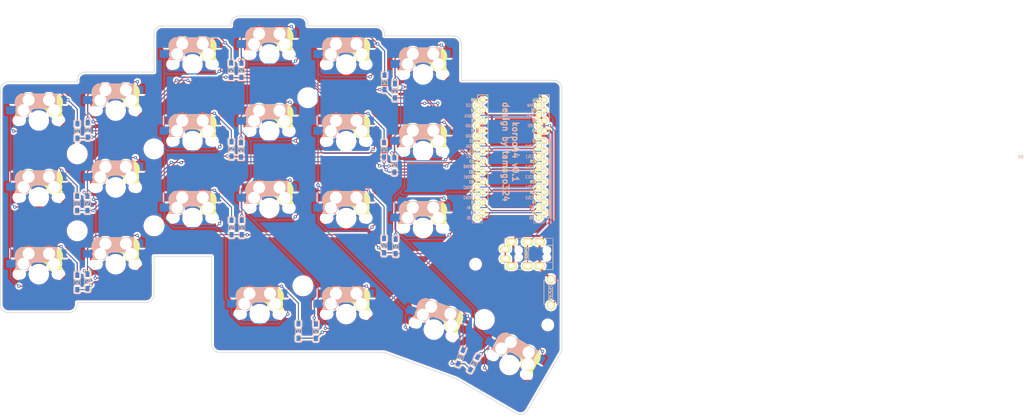
<source format=kicad_pcb>
(kicad_pcb (version 20171130) (host pcbnew "(5.1.10)-1")
  (layers (0 F.Cu signal) (31 B.Cu signal) (34 B.Paste user hide) (35 F.Paste user hide) (36 B.SilkS user) (37 F.SilkS user) (38 B.Mask user) (39 F.Mask user) (44 Edge.Cuts user))
  (net 0 "")
  (net 1 "Net-(D1-Pad2)")
  (net 2 row0)
  (net 3 "Net-(D2-Pad2)")
  (net 4 row1)
  (net 5 row2)
  (net 6 "Net-(D3-Pad2)")
  (net 7 "Net-(D4-Pad2)")
  (net 8 "Net-(D5-Pad2)")
  (net 9 "Net-(D6-Pad2)")
  (net 10 "Net-(D7-Pad2)")
  (net 11 "Net-(D8-Pad2)")
  (net 12 "Net-(D9-Pad2)")
  (net 13 row3)
  (net 14 "Net-(D10-Pad2)")
  (net 15 "Net-(D11-Pad2)")
  (net 16 "Net-(D12-Pad2)")
  (net 17 "Net-(D13-Pad2)")
  (net 18 "Net-(D14-Pad2)")
  (net 19 "Net-(D15-Pad2)")
  (net 20 "Net-(D16-Pad2)")
  (net 21 "Net-(D17-Pad2)")
  (net 22 "Net-(D18-Pad2)")
  (net 23 "Net-(D19-Pad2)")
  (net 24 "Net-(D20-Pad2)")
  (net 25 "Net-(D21-Pad2)")
  (net 26 "Net-(D22-Pad2)")
  (net 27 VCC)
  (net 28 "Net-(J1-PadA)")
  (net 29 GND)
  (net 30 data)
  (net 31 reset)
  (net 32 col0)
  (net 33 col1)
  (net 34 col2)
  (net 35 col3)
  (net 36 col4)
  (net 37 col5)
  (net 38 "Net-(U1-Pad24)")
  (net 39 "Net-(U1-Pad14)")
  (net 40 "Net-(U1-Pad13)")
  (net 41 "Net-(U1-Pad12)")
  (net 42 "Net-(U1-Pad11)")
  (net 43 "Net-(U1-Pad6)")
  (net 44 "Net-(U1-Pad5)")
  (net 45 "Net-(U1-Pad1)")
  (module kbd:D3_SMD (layer F.Cu) (at 143.9403 105.447605 60)
    (fp_text reference D22 hide)
    (fp_text value 1N4148 hide)
    (pad 2 smd rect (at 1.775 0 60) (size 1.3 0.95) (layers F.Cu F.Paste F.Mask) (net 26 "Net-(D22-Pad2)"))
    (pad 1 smd rect (at -1.775 0 60) (size 1.3 0.95) (layers B.Cu B.Paste B.Mask) (net 13 row3))
    (pad 2 smd rect (at 1.775 0 60) (size 1.3 0.95) (layers B.Cu B.Paste B.Mask) (net 26 "Net-(D22-Pad2)"))
    (pad 1 smd rect (at -1.775 0 60) (size 1.3 0.95) (layers F.Cu F.Paste F.Mask) (net 13 row3))
  )
  (module kbd:D3_SMD (layer F.Cu) (at 124.5108 76.454 90)
    (fp_text reference D21 hide)
    (fp_text value 1N4148 hide)
    (pad 2 smd rect (at 1.775 0 90) (size 1.3 0.95) (layers F.Cu F.Paste F.Mask) (net 25 "Net-(D21-Pad2)"))
    (pad 1 smd rect (at -1.775 0 90) (size 1.3 0.95) (layers B.Cu B.Paste B.Mask) (net 5 row2))
    (pad 2 smd rect (at 1.775 0 90) (size 1.3 0.95) (layers B.Cu B.Paste B.Mask) (net 25 "Net-(D21-Pad2)"))
    (pad 1 smd rect (at -1.775 0 90) (size 1.3 0.95) (layers F.Cu F.Paste F.Mask) (net 5 row2))
  )
  (module kbd:D3_SMD (layer F.Cu) (at 124.1806 56.261 90)
    (fp_text reference D20 hide)
    (fp_text value 1N4148 hide)
    (pad 2 smd rect (at 1.775 0 90) (size 1.3 0.95) (layers F.Cu F.Paste F.Mask) (net 24 "Net-(D20-Pad2)"))
    (pad 1 smd rect (at -1.775 0 90) (size 1.3 0.95) (layers B.Cu B.Paste B.Mask) (net 4 row1))
    (pad 2 smd rect (at 1.775 0 90) (size 1.3 0.95) (layers B.Cu B.Paste B.Mask) (net 24 "Net-(D20-Pad2)"))
    (pad 1 smd rect (at -1.775 0 90) (size 1.3 0.95) (layers F.Cu F.Paste F.Mask) (net 4 row1))
  )
  (module kbd:D3_SMD (layer F.Cu) (at 124.3584 37.8684 90)
    (fp_text reference D19 hide)
    (fp_text value 1N4148 hide)
    (pad 2 smd rect (at 1.775 0 90) (size 1.3 0.95) (layers F.Cu F.Paste F.Mask) (net 23 "Net-(D19-Pad2)"))
    (pad 1 smd rect (at -1.775 0 90) (size 1.3 0.95) (layers B.Cu B.Paste B.Mask) (net 2 row0))
    (pad 2 smd rect (at 1.775 0 90) (size 1.3 0.95) (layers B.Cu B.Paste B.Mask) (net 23 "Net-(D19-Pad2)"))
    (pad 1 smd rect (at -1.775 0 90) (size 1.3 0.95) (layers F.Cu F.Paste F.Mask) (net 2 row0))
  )
  (module kbd:D3_SMD (layer F.Cu) (at 140.6144 103.8606 70)
    (fp_text reference D18 hide)
    (fp_text value 1N4148 hide)
    (pad 2 smd rect (at 1.775 0 70) (size 1.3 0.95) (layers F.Cu F.Paste F.Mask) (net 22 "Net-(D18-Pad2)"))
    (pad 1 smd rect (at -1.775 0 70) (size 1.3 0.95) (layers B.Cu B.Paste B.Mask) (net 13 row3))
    (pad 2 smd rect (at 1.775 0 70) (size 1.3 0.95) (layers B.Cu B.Paste B.Mask) (net 22 "Net-(D18-Pad2)"))
    (pad 1 smd rect (at -1.775 0 70) (size 1.3 0.95) (layers F.Cu F.Paste F.Mask) (net 13 row3))
  )
  (module kbd:D3_SMD (layer F.Cu) (at 121.6406 76.2508 90)
    (fp_text reference D17 hide)
    (fp_text value 1N4148 hide)
    (pad 2 smd rect (at 1.775 0 90) (size 1.3 0.95) (layers F.Cu F.Paste F.Mask) (net 21 "Net-(D17-Pad2)"))
    (pad 1 smd rect (at -1.775 0 90) (size 1.3 0.95) (layers B.Cu B.Paste B.Mask) (net 5 row2))
    (pad 2 smd rect (at 1.775 0 90) (size 1.3 0.95) (layers B.Cu B.Paste B.Mask) (net 21 "Net-(D17-Pad2)"))
    (pad 1 smd rect (at -1.775 0 90) (size 1.3 0.95) (layers F.Cu F.Paste F.Mask) (net 5 row2))
  )
  (module kbd:D3_SMD (layer F.Cu) (at 121.6406 52.4764 90)
    (fp_text reference D16 hide)
    (fp_text value 1N4148 hide)
    (pad 2 smd rect (at 1.775 0 90) (size 1.3 0.95) (layers F.Cu F.Paste F.Mask) (net 20 "Net-(D16-Pad2)"))
    (pad 1 smd rect (at -1.775 0 90) (size 1.3 0.95) (layers B.Cu B.Paste B.Mask) (net 4 row1))
    (pad 2 smd rect (at 1.775 0 90) (size 1.3 0.95) (layers B.Cu B.Paste B.Mask) (net 20 "Net-(D16-Pad2)"))
    (pad 1 smd rect (at -1.775 0 90) (size 1.3 0.95) (layers F.Cu F.Paste F.Mask) (net 4 row1))
  )
  (module kbd:D3_SMD (layer F.Cu) (at 121.7676 35.7632 90)
    (fp_text reference D15 hide)
    (fp_text value 1N4148 hide)
    (pad 2 smd rect (at 1.775 0 90) (size 1.3 0.95) (layers F.Cu F.Paste F.Mask) (net 19 "Net-(D15-Pad2)"))
    (pad 1 smd rect (at -1.775 0 90) (size 1.3 0.95) (layers B.Cu B.Paste B.Mask) (net 2 row0))
    (pad 2 smd rect (at 1.775 0 90) (size 1.3 0.95) (layers B.Cu B.Paste B.Mask) (net 19 "Net-(D15-Pad2)"))
    (pad 1 smd rect (at -1.775 0 90) (size 1.3 0.95) (layers F.Cu F.Paste F.Mask) (net 2 row0))
  )
  (module kbd:D3_SMD (layer F.Cu) (at 104.7242 97.4598 90)
    (fp_text reference D14 hide)
    (fp_text value 1N4148 hide)
    (pad 2 smd rect (at 1.775 0 90) (size 1.3 0.95) (layers F.Cu F.Paste F.Mask) (net 18 "Net-(D14-Pad2)"))
    (pad 1 smd rect (at -1.775 0 90) (size 1.3 0.95) (layers B.Cu B.Paste B.Mask) (net 13 row3))
    (pad 2 smd rect (at 1.775 0 90) (size 1.3 0.95) (layers B.Cu B.Paste B.Mask) (net 18 "Net-(D14-Pad2)"))
    (pad 1 smd rect (at -1.775 0 90) (size 1.3 0.95) (layers F.Cu F.Paste F.Mask) (net 13 row3))
  )
  (module kbd:D3_SMD (layer F.Cu) (at 86.36 71.755 90)
    (fp_text reference D13 hide)
    (fp_text value 1N4148 hide)
    (pad 2 smd rect (at 1.775 0 90) (size 1.3 0.95) (layers F.Cu F.Paste F.Mask) (net 17 "Net-(D13-Pad2)"))
    (pad 1 smd rect (at -1.775 0 90) (size 1.3 0.95) (layers B.Cu B.Paste B.Mask) (net 5 row2))
    (pad 2 smd rect (at 1.775 0 90) (size 1.3 0.95) (layers B.Cu B.Paste B.Mask) (net 17 "Net-(D13-Pad2)"))
    (pad 1 smd rect (at -1.775 0 90) (size 1.3 0.95) (layers F.Cu F.Paste F.Mask) (net 5 row2))
  )
  (module kbd:D3_SMD (layer F.Cu) (at 86.1822 52.5018 90)
    (fp_text reference D12 hide)
    (fp_text value 1N4148 hide)
    (pad 2 smd rect (at 1.775 0 90) (size 1.3 0.95) (layers F.Cu F.Paste F.Mask) (net 16 "Net-(D12-Pad2)"))
    (pad 1 smd rect (at -1.775 0 90) (size 1.3 0.95) (layers B.Cu B.Paste B.Mask) (net 4 row1))
    (pad 2 smd rect (at 1.775 0 90) (size 1.3 0.95) (layers B.Cu B.Paste B.Mask) (net 16 "Net-(D12-Pad2)"))
    (pad 1 smd rect (at -1.775 0 90) (size 1.3 0.95) (layers F.Cu F.Paste F.Mask) (net 4 row1))
  )
  (module kbd:D3_SMD (layer F.Cu) (at 86.2584 32.763 90)
    (fp_text reference D11 hide)
    (fp_text value 1N4148 hide)
    (pad 2 smd rect (at 1.775 0 90) (size 1.3 0.95) (layers F.Cu F.Paste F.Mask) (net 15 "Net-(D11-Pad2)"))
    (pad 1 smd rect (at -1.775 0 90) (size 1.3 0.95) (layers B.Cu B.Paste B.Mask) (net 2 row0))
    (pad 2 smd rect (at 1.775 0 90) (size 1.3 0.95) (layers B.Cu B.Paste B.Mask) (net 15 "Net-(D11-Pad2)"))
    (pad 1 smd rect (at -1.775 0 90) (size 1.3 0.95) (layers F.Cu F.Paste F.Mask) (net 2 row0))
  )
  (module kbd:D3_SMD (layer F.Cu) (at 100.4062 97.409 90)
    (fp_text reference D10 hide)
    (fp_text value 1N4148 hide)
    (pad 2 smd rect (at 1.775 0 90) (size 1.3 0.95) (layers F.Cu F.Paste F.Mask) (net 14 "Net-(D10-Pad2)"))
    (pad 1 smd rect (at -1.775 0 90) (size 1.3 0.95) (layers B.Cu B.Paste B.Mask) (net 13 row3))
    (pad 2 smd rect (at 1.775 0 90) (size 1.3 0.95) (layers B.Cu B.Paste B.Mask) (net 14 "Net-(D10-Pad2)"))
    (pad 1 smd rect (at -1.775 0 90) (size 1.3 0.95) (layers F.Cu F.Paste F.Mask) (net 13 row3))
  )
  (module kbd:D3_SMD (layer F.Cu) (at 83.82 71.752 90)
    (fp_text reference D9 hide)
    (fp_text value 1N4148 hide)
    (pad 2 smd rect (at 1.775 0 90) (size 1.3 0.95) (layers F.Cu F.Paste F.Mask) (net 12 "Net-(D9-Pad2)"))
    (pad 1 smd rect (at -1.775 0 90) (size 1.3 0.95) (layers B.Cu B.Paste B.Mask) (net 5 row2))
    (pad 2 smd rect (at 1.775 0 90) (size 1.3 0.95) (layers B.Cu B.Paste B.Mask) (net 12 "Net-(D9-Pad2)"))
    (pad 1 smd rect (at -1.775 0 90) (size 1.3 0.95) (layers F.Cu F.Paste F.Mask) (net 5 row2))
  )
  (module kbd:D3_SMD (layer F.Cu) (at 83.7946 52.2986 90)
    (fp_text reference D8 hide)
    (fp_text value 1N4148 hide)
    (pad 2 smd rect (at 1.775 0 90) (size 1.3 0.95) (layers F.Cu F.Paste F.Mask) (net 11 "Net-(D8-Pad2)"))
    (pad 1 smd rect (at -1.775 0 90) (size 1.3 0.95) (layers B.Cu B.Paste B.Mask) (net 4 row1))
    (pad 2 smd rect (at 1.775 0 90) (size 1.3 0.95) (layers B.Cu B.Paste B.Mask) (net 11 "Net-(D8-Pad2)"))
    (pad 1 smd rect (at -1.775 0 90) (size 1.3 0.95) (layers F.Cu F.Paste F.Mask) (net 4 row1))
  )
  (module kbd:D3_SMD (layer F.Cu) (at 83.7184 32.7406 90)
    (fp_text reference D7 hide)
    (fp_text value 1N4148 hide)
    (pad 2 smd rect (at 1.775 0 90) (size 1.3 0.95) (layers F.Cu F.Paste F.Mask) (net 10 "Net-(D7-Pad2)"))
    (pad 1 smd rect (at -1.775 0 90) (size 1.3 0.95) (layers B.Cu B.Paste B.Mask) (net 2 row0))
    (pad 2 smd rect (at 1.775 0 90) (size 1.3 0.95) (layers B.Cu B.Paste B.Mask) (net 10 "Net-(D7-Pad2)"))
    (pad 1 smd rect (at -1.775 0 90) (size 1.3 0.95) (layers F.Cu F.Paste F.Mask) (net 2 row0))
  )
  (module kbd:D3_SMD (layer F.Cu) (at 48.1076 85.1154 90)
    (fp_text reference D6 hide)
    (fp_text value 1N4148 hide)
    (pad 2 smd rect (at 1.775 0 90) (size 1.3 0.95) (layers F.Cu F.Paste F.Mask) (net 9 "Net-(D6-Pad2)"))
    (pad 1 smd rect (at -1.775 0 90) (size 1.3 0.95) (layers B.Cu B.Paste B.Mask) (net 5 row2))
    (pad 2 smd rect (at 1.775 0 90) (size 1.3 0.95) (layers B.Cu B.Paste B.Mask) (net 9 "Net-(D6-Pad2)"))
    (pad 1 smd rect (at -1.775 0 90) (size 1.3 0.95) (layers F.Cu F.Paste F.Mask) (net 5 row2))
  )
  (module kbd:D3_SMD (layer F.Cu) (at 48.0822 65.7606 90)
    (fp_text reference D5 hide)
    (fp_text value 1N4148 hide)
    (pad 2 smd rect (at 1.775 0 90) (size 1.3 0.95) (layers F.Cu F.Paste F.Mask) (net 8 "Net-(D5-Pad2)"))
    (pad 1 smd rect (at -1.775 0 90) (size 1.3 0.95) (layers B.Cu B.Paste B.Mask) (net 4 row1))
    (pad 2 smd rect (at 1.775 0 90) (size 1.3 0.95) (layers B.Cu B.Paste B.Mask) (net 8 "Net-(D5-Pad2)"))
    (pad 1 smd rect (at -1.775 0 90) (size 1.3 0.95) (layers F.Cu F.Paste F.Mask) (net 4 row1))
  )
  (module kbd:D3_SMD (layer F.Cu) (at 48.1838 47.5966 90)
    (fp_text reference D4 hide)
    (fp_text value 1N4148 hide)
    (pad 2 smd rect (at 1.775 0 90) (size 1.3 0.95) (layers F.Cu F.Paste F.Mask) (net 7 "Net-(D4-Pad2)"))
    (pad 1 smd rect (at -1.775 0 90) (size 1.3 0.95) (layers B.Cu B.Paste B.Mask) (net 2 row0))
    (pad 2 smd rect (at 1.775 0 90) (size 1.3 0.95) (layers B.Cu B.Paste B.Mask) (net 7 "Net-(D4-Pad2)"))
    (pad 1 smd rect (at -1.775 0 90) (size 1.3 0.95) (layers F.Cu F.Paste F.Mask) (net 2 row0))
  )
  (module kbd:D3_SMD (layer F.Cu) (at 45.5676 85.3694 90)
    (fp_text reference D3 hide)
    (fp_text value 1N4148 hide)
    (pad 2 smd rect (at 1.775 0 90) (size 1.3 0.95) (layers F.Cu F.Paste F.Mask) (net 6 "Net-(D3-Pad2)"))
    (pad 1 smd rect (at -1.775 0 90) (size 1.3 0.95) (layers B.Cu B.Paste B.Mask) (net 5 row2))
    (pad 2 smd rect (at 1.775 0 90) (size 1.3 0.95) (layers B.Cu B.Paste B.Mask) (net 6 "Net-(D3-Pad2)"))
    (pad 1 smd rect (at -1.775 0 90) (size 1.3 0.95) (layers F.Cu F.Paste F.Mask) (net 5 row2))
  )
  (module kbd:D3_SMD (layer F.Cu) (at 45.5422 65.7606 90)
    (fp_text reference D2 hide)
    (fp_text value 1N4148 hide)
    (pad 2 smd rect (at 1.775 0 90) (size 1.3 0.95) (layers F.Cu F.Paste F.Mask) (net 3 "Net-(D2-Pad2)"))
    (pad 1 smd rect (at -1.775 0 90) (size 1.3 0.95) (layers B.Cu B.Paste B.Mask) (net 4 row1))
    (pad 2 smd rect (at 1.775 0 90) (size 1.3 0.95) (layers B.Cu B.Paste B.Mask) (net 3 "Net-(D2-Pad2)"))
    (pad 1 smd rect (at -1.775 0 90) (size 1.3 0.95) (layers F.Cu F.Paste F.Mask) (net 4 row1))
  )
  (module kbd:D3_SMD (layer F.Cu) (at 45.593 47.8282 90)
    (fp_text reference D1 hide)
    (fp_text value 1N4148 hide)
    (pad 2 smd rect (at 1.775 0 90) (size 1.3 0.95) (layers F.Cu F.Paste F.Mask) (net 1 "Net-(D1-Pad2)"))
    (pad 1 smd rect (at -1.775 0 90) (size 1.3 0.95) (layers B.Cu B.Paste B.Mask) (net 2 row0))
    (pad 2 smd rect (at 1.775 0 90) (size 1.3 0.95) (layers B.Cu B.Paste B.Mask) (net 1 "Net-(D1-Pad2)"))
    (pad 1 smd rect (at -1.775 0 90) (size 1.3 0.95) (layers F.Cu F.Paste F.Mask) (net 2 row0))
  )
  (module kbd:CherryMX_MidHeight_Hotswap (layer F.Cu) (at 55.0926 42.7482)
    (fp_text reference SW4 hide)
    (fp_text value SW_PUSH hide)
    (pad 1 smd rect (at -7 -2.58 180) (size 2.3 2) (layers B.Cu B.Paste B.Mask) (net 33 col1))
    (pad 1 smd rect (at 7 -2.58 180) (size 2.3 2) (layers F.Cu F.Paste F.Mask) (net 33 col1))
    (pad 2 smd rect (at -5.7 -5.12 180) (size 2.3 2) (layers F.Cu F.Paste F.Mask) (net 7 "Net-(D4-Pad2)"))
    (pad "" np_thru_hole circle (at -3.81 -2.54 180) (size 3 3) (drill 3) (layers *.Cu *.Mask))
    (pad "" np_thru_hole circle (at -2.54 -5.08 180) (size 3 3) (drill 3) (layers *.Cu *.Mask))
    (pad "" np_thru_hole circle (at 3.81 -2.540001 180) (size 3 3) (drill 3) (layers *.Cu *.Mask))
    (pad "" np_thru_hole circle (at 2.54 -5.08 180) (size 3 3) (drill 3) (layers *.Cu *.Mask))
    (pad "" np_thru_hole circle (at 0 0 90) (size 4.1 4.1) (drill 4.1) (layers *.Cu *.Mask))
    (pad "" np_thru_hole circle (at 5.08 0) (size 1.9 1.9) (drill 1.9) (layers *.Cu *.Mask))
    (pad "" np_thru_hole circle (at -5.08 0) (size 1.9 1.9) (drill 1.9) (layers *.Cu *.Mask))
    (pad 2 smd rect (at 5.7 -5.12 180) (size 2.3 2) (layers B.Cu B.Paste B.Mask) (net 7 "Net-(D4-Pad2)"))
    (pad "" np_thru_hole circle (at -4.5 0) (size 1.7 1.7) (drill 1.7) (layers *.Cu *.Mask))
    (pad "" np_thru_hole circle (at 4.5 0) (size 1.7 1.7) (drill 1.7) (layers *.Cu *.Mask))
  )
  (module kbd:M2_HOLE_v2 (layer F.Cu) (at 162.2298 95.9104)
    (fp_text reference Ref** hide)
    (fp_text value Val** hide)
    (pad "" np_thru_hole circle (at 0 0) (size 2.2 2.2) (drill 2.2) (layers *.Cu *.Mask))
  )
  (module kbd:M2_HOLE_v2 (layer F.Cu) (at 144.3228 80.8482)
    (fp_text reference Ref** hide)
    (fp_text value Val** hide)
    (pad "" np_thru_hole circle (at 0 0) (size 2.2 2.2) (drill 2.2) (layers *.Cu *.Mask))
  )
  (module kbd:spacer_m2 (layer F.Cu) (at 102.7176 39.5732)
    (fp_text reference Ref** hide)
    (fp_text value Val** hide)
    (pad "" np_thru_hole circle (at 0 0) (size 4.2 4.2) (drill 4.2) (layers *.Cu *.Mask))
  )
  (module kbd:spacer_m2 (layer F.Cu) (at 64.5922 71.3232)
    (fp_text reference Ref** hide)
    (fp_text value Val** hide)
    (pad "" np_thru_hole circle (at 0 0) (size 4.2 4.2) (drill 4.2) (layers *.Cu *.Mask))
  )
  (module kbd:spacer_m2 (layer F.Cu) (at 64.5922 52.2732)
    (fp_text reference Ref** hide)
    (fp_text value Val** hide)
    (pad "" np_thru_hole circle (at 0 0) (size 4.2 4.2) (drill 4.2) (layers *.Cu *.Mask))
  )
  (module kbd:spacer_m2 (layer F.Cu) (at 45.5676 72.5678)
    (fp_text reference Ref** hide)
    (fp_text value Val** hide)
    (pad "" np_thru_hole circle (at 0 0) (size 4.2 4.2) (drill 4.2) (layers *.Cu *.Mask))
  )
  (module kbd:spacer_m2 (layer F.Cu) (at 45.5676 53.4924)
    (fp_text reference Ref** hide)
    (fp_text value Val** hide)
    (pad "" np_thru_hole circle (at 0 0) (size 4.2 4.2) (drill 4.2) (layers *.Cu *.Mask))
  )
  (module kbd:spacer_m2 (layer F.Cu) (at 146.4818 94.5642)
    (fp_text reference Ref** hide)
    (fp_text value Val** hide)
    (pad "" np_thru_hole circle (at 0 0) (size 4.2 4.2) (drill 4.2) (layers *.Cu *.Mask))
  )
  (module kbd:spacer_m2 (layer F.Cu) (at 101.5238 86.2076)
    (fp_text reference Ref** hide)
    (fp_text value Val** hide)
    (pad "" np_thru_hole circle (at 0 0) (size 4.2 4.2) (drill 4.2) (layers *.Cu *.Mask))
  )
  (module kbd:CherryMX_MidHeight_Hotswap_1.25u (layer F.Cu) (at 90.805 93.218)
    (fp_text reference SW10 hide)
    (fp_text value SW_PUSH hide)
    (pad "" np_thru_hole circle (at 4.5 0) (size 1.7 1.7) (drill 1.7) (layers *.Cu *.Mask))
    (pad "" np_thru_hole circle (at -4.5 0) (size 1.7 1.7) (drill 1.7) (layers *.Cu *.Mask))
    (pad 2 smd rect (at 5.7 -5.12 180) (size 2.3 2) (layers B.Cu B.Paste B.Mask) (net 14 "Net-(D10-Pad2)"))
    (pad "" np_thru_hole circle (at -5.08 0) (size 1.9 1.9) (drill 1.9) (layers *.Cu *.Mask))
    (pad "" np_thru_hole circle (at 5.08 0) (size 1.9 1.9) (drill 1.9) (layers *.Cu *.Mask))
    (pad "" np_thru_hole circle (at 0 0 90) (size 4.1 4.1) (drill 4.1) (layers *.Cu *.Mask))
    (pad "" np_thru_hole circle (at 2.54 -5.08 180) (size 3 3) (drill 3) (layers *.Cu *.Mask))
    (pad "" np_thru_hole circle (at 3.81 -2.540001 180) (size 3 3) (drill 3) (layers *.Cu *.Mask))
    (pad "" np_thru_hole circle (at -2.54 -5.08 180) (size 3 3) (drill 3) (layers *.Cu *.Mask))
    (pad "" np_thru_hole circle (at -3.81 -2.54 180) (size 3 3) (drill 3) (layers *.Cu *.Mask))
    (pad 2 smd rect (at -5.7 -5.12 180) (size 2.3 2) (layers F.Cu F.Paste F.Mask) (net 14 "Net-(D10-Pad2)"))
    (pad 1 smd rect (at 7 -2.58 180) (size 2.3 2) (layers F.Cu F.Paste F.Mask) (net 34 col2))
    (pad 1 smd rect (at -7 -2.58 180) (size 2.3 2) (layers B.Cu B.Paste B.Mask) (net 34 col2))
  )
  (module kbd:CherryMX_MidHeight_Hotswap (layer F.Cu) (at 131.2926 71.882)
    (fp_text reference SW21 hide)
    (fp_text value SW_PUSH hide)
    (pad 1 smd rect (at -7 -2.58 180) (size 2.3 2) (layers B.Cu B.Paste B.Mask) (net 37 col5))
    (pad 1 smd rect (at 7 -2.58 180) (size 2.3 2) (layers F.Cu F.Paste F.Mask) (net 37 col5))
    (pad 2 smd rect (at -5.7 -5.12 180) (size 2.3 2) (layers F.Cu F.Paste F.Mask) (net 25 "Net-(D21-Pad2)"))
    (pad "" np_thru_hole circle (at -3.81 -2.54 180) (size 3 3) (drill 3) (layers *.Cu *.Mask))
    (pad "" np_thru_hole circle (at -2.54 -5.08 180) (size 3 3) (drill 3) (layers *.Cu *.Mask))
    (pad "" np_thru_hole circle (at 3.81 -2.540001 180) (size 3 3) (drill 3) (layers *.Cu *.Mask))
    (pad "" np_thru_hole circle (at 2.54 -5.08 180) (size 3 3) (drill 3) (layers *.Cu *.Mask))
    (pad "" np_thru_hole circle (at 0 0 90) (size 4.1 4.1) (drill 4.1) (layers *.Cu *.Mask))
    (pad "" np_thru_hole circle (at 5.08 0) (size 1.9 1.9) (drill 1.9) (layers *.Cu *.Mask))
    (pad "" np_thru_hole circle (at -5.08 0) (size 1.9 1.9) (drill 1.9) (layers *.Cu *.Mask))
    (pad 2 smd rect (at 5.7 -5.12 180) (size 2.3 2) (layers B.Cu B.Paste B.Mask) (net 25 "Net-(D21-Pad2)"))
    (pad "" np_thru_hole circle (at -4.5 0) (size 1.7 1.7) (drill 1.7) (layers *.Cu *.Mask))
    (pad "" np_thru_hole circle (at 4.5 0) (size 1.7 1.7) (drill 1.7) (layers *.Cu *.Mask))
  )
  (module kbd:CherryMX_MidHeight_Hotswap (layer F.Cu) (at 112.2426 93.218)
    (fp_text reference SW14 hide)
    (fp_text value SW_PUSH hide)
    (pad 1 smd rect (at -7 -2.58 180) (size 2.3 2) (layers B.Cu B.Paste B.Mask) (net 35 col3))
    (pad 1 smd rect (at 7 -2.58 180) (size 2.3 2) (layers F.Cu F.Paste F.Mask) (net 35 col3))
    (pad 2 smd rect (at -5.7 -5.12 180) (size 2.3 2) (layers F.Cu F.Paste F.Mask) (net 18 "Net-(D14-Pad2)"))
    (pad "" np_thru_hole circle (at -3.81 -2.54 180) (size 3 3) (drill 3) (layers *.Cu *.Mask))
    (pad "" np_thru_hole circle (at -2.54 -5.08 180) (size 3 3) (drill 3) (layers *.Cu *.Mask))
    (pad "" np_thru_hole circle (at 3.81 -2.540001 180) (size 3 3) (drill 3) (layers *.Cu *.Mask))
    (pad "" np_thru_hole circle (at 2.54 -5.08 180) (size 3 3) (drill 3) (layers *.Cu *.Mask))
    (pad "" np_thru_hole circle (at 0 0 90) (size 4.1 4.1) (drill 4.1) (layers *.Cu *.Mask))
    (pad "" np_thru_hole circle (at 5.08 0) (size 1.9 1.9) (drill 1.9) (layers *.Cu *.Mask))
    (pad "" np_thru_hole circle (at -5.08 0) (size 1.9 1.9) (drill 1.9) (layers *.Cu *.Mask))
    (pad 2 smd rect (at 5.7 -5.12 180) (size 2.3 2) (layers B.Cu B.Paste B.Mask) (net 18 "Net-(D14-Pad2)"))
    (pad "" np_thru_hole circle (at -4.5 0) (size 1.7 1.7) (drill 1.7) (layers *.Cu *.Mask))
    (pad "" np_thru_hole circle (at 4.5 0) (size 1.7 1.7) (drill 1.7) (layers *.Cu *.Mask))
  )
  (module kbd:MJ-4PP-9 (layer F.Cu) (at 163.5 79.166 270)
    (fp_text reference J1)
    (fp_text value MJ-4PP-9 hide)
    (fp_text user TRRS (at -0.8255 6.4135 90) (layer B.SilkS) (effects (justify mirror)))
    (fp_text user TRRS (at -0.75 6.45 90) (layer F.SilkS))
    (pad "" np_thru_hole circle (at -1.75 8.5 270) (size 1.2 1.2) (drill 1.2) (layers *.Cu *.Mask F.SilkS))
    (pad "" np_thru_hole circle (at -1.75 1.5 270) (size 1.2 1.2) (drill 1.2) (layers *.Cu *.Mask F.SilkS))
    (pad D thru_hole oval (at -3.85 10.3 270) (size 1.7 2.5) (drill oval 1 1.5) (layers *.Cu *.Mask F.SilkS) (net 27 VCC) (clearance 0.15))
    (pad A thru_hole oval (at 0.35 11.8 270) (size 1.7 2.5) (drill oval 1 1.5) (layers *.Cu *.Mask F.SilkS) (net 28 "Net-(J1-PadA)") (clearance 0.15))
    (pad B thru_hole oval (at -3.85 3.3 270) (size 1.7 2.5) (drill oval 1 1.5) (layers *.Cu *.Mask F.SilkS) (net 29 GND))
    (pad C thru_hole oval (at -3.85 6.3 270) (size 1.7 2.5) (drill oval 1 1.5) (layers *.Cu *.Mask F.SilkS) (net 30 data))
    (pad "" np_thru_hole circle (at 0 1.5 270) (size 1.2 1.2) (drill 1.2) (layers *.Cu *.Mask F.SilkS))
    (pad "" np_thru_hole circle (at 0 8.5 270) (size 1.2 1.2) (drill 1.2) (layers *.Cu *.Mask F.SilkS))
    (pad B thru_hole oval (at 2.1 3.3 270) (size 1.7 2.5) (drill oval 1 1.5) (layers *.Cu *.Mask F.SilkS) (net 29 GND))
    (pad C thru_hole oval (at 2.1 6.3 270) (size 1.7 2.5) (drill oval 1 1.5) (layers *.Cu *.Mask F.SilkS) (net 30 data))
    (pad D thru_hole oval (at 2.1 10.3 270) (size 1.7 2.5) (drill oval 1 1.5) (layers *.Cu *.Mask F.SilkS) (net 27 VCC) (clearance 0.15))
    (pad A thru_hole oval (at -2.1 11.8 270) (size 1.7 2.5) (drill oval 1 1.5) (layers *.Cu *.Mask F.SilkS) (net 28 "Net-(J1-PadA)") (clearance 0.15))
  )
  (module kbd:ResetSW (layer F.Cu) (at 163 87.809 270)
    (fp_text reference RESET_SW1 hide)
    (fp_text value SW_PUSH)
    (fp_text user RESET (at 0.127 0 90) (layer B.SilkS) (effects (justify mirror)))
    (fp_text user RESET (at 0 0 90) (layer F.SilkS))
    (pad 1 thru_hole circle (at 3.25 0 270) (size 2 2) (drill 1.3) (layers *.Cu *.Mask F.SilkS) (net 31 reset))
    (pad 2 thru_hole circle (at -3.25 0 270) (size 2 2) (drill 1.3) (layers *.Cu *.Mask F.SilkS) (net 29 GND))
  )
  (module kbd:CherryMX_MidHeight_Hotswap (layer F.Cu) (at 36.0426 45.212)
    (fp_text reference SW1 hide)
    (fp_text value SW_PUSH hide)
    (pad 1 smd rect (at -7 -2.58 180) (size 2.3 2) (layers B.Cu B.Paste B.Mask) (net 32 col0))
    (pad 1 smd rect (at 7 -2.58 180) (size 2.3 2) (layers F.Cu F.Paste F.Mask) (net 32 col0))
    (pad 2 smd rect (at -5.7 -5.12 180) (size 2.3 2) (layers F.Cu F.Paste F.Mask) (net 1 "Net-(D1-Pad2)"))
    (pad "" np_thru_hole circle (at -3.81 -2.54 180) (size 3 3) (drill 3) (layers *.Cu *.Mask))
    (pad "" np_thru_hole circle (at -2.54 -5.08 180) (size 3 3) (drill 3) (layers *.Cu *.Mask))
    (pad "" np_thru_hole circle (at 3.81 -2.540001 180) (size 3 3) (drill 3) (layers *.Cu *.Mask))
    (pad "" np_thru_hole circle (at 2.54 -5.08 180) (size 3 3) (drill 3) (layers *.Cu *.Mask))
    (pad "" np_thru_hole circle (at 0 0 90) (size 4.1 4.1) (drill 4.1) (layers *.Cu *.Mask))
    (pad "" np_thru_hole circle (at 5.08 0) (size 1.9 1.9) (drill 1.9) (layers *.Cu *.Mask))
    (pad "" np_thru_hole circle (at -5.08 0) (size 1.9 1.9) (drill 1.9) (layers *.Cu *.Mask))
    (pad 2 smd rect (at 5.7 -5.12 180) (size 2.3 2) (layers B.Cu B.Paste B.Mask) (net 1 "Net-(D1-Pad2)"))
    (pad "" np_thru_hole circle (at -4.5 0) (size 1.7 1.7) (drill 1.7) (layers *.Cu *.Mask))
    (pad "" np_thru_hole circle (at 4.5 0) (size 1.7 1.7) (drill 1.7) (layers *.Cu *.Mask))
  )
  (module kbd:CherryMX_MidHeight_Hotswap (layer F.Cu) (at 36.0426 64.262)
    (fp_text reference SW2 hide)
    (fp_text value SW_PUSH hide)
    (pad "" np_thru_hole circle (at 4.5 0) (size 1.7 1.7) (drill 1.7) (layers *.Cu *.Mask))
    (pad "" np_thru_hole circle (at -4.5 0) (size 1.7 1.7) (drill 1.7) (layers *.Cu *.Mask))
    (pad 2 smd rect (at 5.7 -5.12 180) (size 2.3 2) (layers B.Cu B.Paste B.Mask) (net 3 "Net-(D2-Pad2)"))
    (pad "" np_thru_hole circle (at -5.08 0) (size 1.9 1.9) (drill 1.9) (layers *.Cu *.Mask))
    (pad "" np_thru_hole circle (at 5.08 0) (size 1.9 1.9) (drill 1.9) (layers *.Cu *.Mask))
    (pad "" np_thru_hole circle (at 0 0 90) (size 4.1 4.1) (drill 4.1) (layers *.Cu *.Mask))
    (pad "" np_thru_hole circle (at 2.54 -5.08 180) (size 3 3) (drill 3) (layers *.Cu *.Mask))
    (pad "" np_thru_hole circle (at 3.81 -2.540001 180) (size 3 3) (drill 3) (layers *.Cu *.Mask))
    (pad "" np_thru_hole circle (at -2.54 -5.08 180) (size 3 3) (drill 3) (layers *.Cu *.Mask))
    (pad "" np_thru_hole circle (at -3.81 -2.54 180) (size 3 3) (drill 3) (layers *.Cu *.Mask))
    (pad 2 smd rect (at -5.7 -5.12 180) (size 2.3 2) (layers F.Cu F.Paste F.Mask) (net 3 "Net-(D2-Pad2)"))
    (pad 1 smd rect (at 7 -2.58 180) (size 2.3 2) (layers F.Cu F.Paste F.Mask) (net 32 col0))
    (pad 1 smd rect (at -7 -2.58 180) (size 2.3 2) (layers B.Cu B.Paste B.Mask) (net 32 col0))
  )
  (module kbd:CherryMX_MidHeight_Hotswap (layer F.Cu) (at 36.0426 83.312)
    (fp_text reference SW3 hide)
    (fp_text value SW_PUSH hide)
    (pad "" np_thru_hole circle (at 4.5 0) (size 1.7 1.7) (drill 1.7) (layers *.Cu *.Mask))
    (pad "" np_thru_hole circle (at -4.5 0) (size 1.7 1.7) (drill 1.7) (layers *.Cu *.Mask))
    (pad 2 smd rect (at 5.7 -5.12 180) (size 2.3 2) (layers B.Cu B.Paste B.Mask) (net 6 "Net-(D3-Pad2)"))
    (pad "" np_thru_hole circle (at -5.08 0) (size 1.9 1.9) (drill 1.9) (layers *.Cu *.Mask))
    (pad "" np_thru_hole circle (at 5.08 0) (size 1.9 1.9) (drill 1.9) (layers *.Cu *.Mask))
    (pad "" np_thru_hole circle (at 0 0 90) (size 4.1 4.1) (drill 4.1) (layers *.Cu *.Mask))
    (pad "" np_thru_hole circle (at 2.54 -5.08 180) (size 3 3) (drill 3) (layers *.Cu *.Mask))
    (pad "" np_thru_hole circle (at 3.81 -2.540001 180) (size 3 3) (drill 3) (layers *.Cu *.Mask))
    (pad "" np_thru_hole circle (at -2.54 -5.08 180) (size 3 3) (drill 3) (layers *.Cu *.Mask))
    (pad "" np_thru_hole circle (at -3.81 -2.54 180) (size 3 3) (drill 3) (layers *.Cu *.Mask))
    (pad 2 smd rect (at -5.7 -5.12 180) (size 2.3 2) (layers F.Cu F.Paste F.Mask) (net 6 "Net-(D3-Pad2)"))
    (pad 1 smd rect (at 7 -2.58 180) (size 2.3 2) (layers F.Cu F.Paste F.Mask) (net 32 col0))
    (pad 1 smd rect (at -7 -2.58 180) (size 2.3 2) (layers B.Cu B.Paste B.Mask) (net 32 col0))
  )
  (module kbd:CherryMX_MidHeight_Hotswap (layer F.Cu) (at 55.0926 61.7982)
    (fp_text reference SW5 hide)
    (fp_text value SW_PUSH hide)
    (pad "" np_thru_hole circle (at 4.5 0) (size 1.7 1.7) (drill 1.7) (layers *.Cu *.Mask))
    (pad "" np_thru_hole circle (at -4.5 0) (size 1.7 1.7) (drill 1.7) (layers *.Cu *.Mask))
    (pad 2 smd rect (at 5.7 -5.12 180) (size 2.3 2) (layers B.Cu B.Paste B.Mask) (net 8 "Net-(D5-Pad2)"))
    (pad "" np_thru_hole circle (at -5.08 0) (size 1.9 1.9) (drill 1.9) (layers *.Cu *.Mask))
    (pad "" np_thru_hole circle (at 5.08 0) (size 1.9 1.9) (drill 1.9) (layers *.Cu *.Mask))
    (pad "" np_thru_hole circle (at 0 0 90) (size 4.1 4.1) (drill 4.1) (layers *.Cu *.Mask))
    (pad "" np_thru_hole circle (at 2.54 -5.08 180) (size 3 3) (drill 3) (layers *.Cu *.Mask))
    (pad "" np_thru_hole circle (at 3.81 -2.540001 180) (size 3 3) (drill 3) (layers *.Cu *.Mask))
    (pad "" np_thru_hole circle (at -2.54 -5.08 180) (size 3 3) (drill 3) (layers *.Cu *.Mask))
    (pad "" np_thru_hole circle (at -3.81 -2.54 180) (size 3 3) (drill 3) (layers *.Cu *.Mask))
    (pad 2 smd rect (at -5.7 -5.12 180) (size 2.3 2) (layers F.Cu F.Paste F.Mask) (net 8 "Net-(D5-Pad2)"))
    (pad 1 smd rect (at 7 -2.58 180) (size 2.3 2) (layers F.Cu F.Paste F.Mask) (net 33 col1))
    (pad 1 smd rect (at -7 -2.58 180) (size 2.3 2) (layers B.Cu B.Paste B.Mask) (net 33 col1))
  )
  (module kbd:CherryMX_MidHeight_Hotswap (layer F.Cu) (at 55.0926 80.8482)
    (fp_text reference SW6 hide)
    (fp_text value SW_PUSH hide)
    (pad 1 smd rect (at -7 -2.58 180) (size 2.3 2) (layers B.Cu B.Paste B.Mask) (net 33 col1))
    (pad 1 smd rect (at 7 -2.58 180) (size 2.3 2) (layers F.Cu F.Paste F.Mask) (net 33 col1))
    (pad 2 smd rect (at -5.7 -5.12 180) (size 2.3 2) (layers F.Cu F.Paste F.Mask) (net 9 "Net-(D6-Pad2)"))
    (pad "" np_thru_hole circle (at -3.81 -2.54 180) (size 3 3) (drill 3) (layers *.Cu *.Mask))
    (pad "" np_thru_hole circle (at -2.54 -5.08 180) (size 3 3) (drill 3) (layers *.Cu *.Mask))
    (pad "" np_thru_hole circle (at 3.81 -2.540001 180) (size 3 3) (drill 3) (layers *.Cu *.Mask))
    (pad "" np_thru_hole circle (at 2.54 -5.08 180) (size 3 3) (drill 3) (layers *.Cu *.Mask))
    (pad "" np_thru_hole circle (at 0 0 90) (size 4.1 4.1) (drill 4.1) (layers *.Cu *.Mask))
    (pad "" np_thru_hole circle (at 5.08 0) (size 1.9 1.9) (drill 1.9) (layers *.Cu *.Mask))
    (pad "" np_thru_hole circle (at -5.08 0) (size 1.9 1.9) (drill 1.9) (layers *.Cu *.Mask))
    (pad 2 smd rect (at 5.7 -5.12 180) (size 2.3 2) (layers B.Cu B.Paste B.Mask) (net 9 "Net-(D6-Pad2)"))
    (pad "" np_thru_hole circle (at -4.5 0) (size 1.7 1.7) (drill 1.7) (layers *.Cu *.Mask))
    (pad "" np_thru_hole circle (at 4.5 0) (size 1.7 1.7) (drill 1.7) (layers *.Cu *.Mask))
  )
  (module kbd:CherryMX_MidHeight_Hotswap (layer F.Cu) (at 74.1426 31.2928)
    (fp_text reference SW7 hide)
    (fp_text value SW_PUSH hide)
    (pad "" np_thru_hole circle (at 4.5 0) (size 1.7 1.7) (drill 1.7) (layers *.Cu *.Mask))
    (pad "" np_thru_hole circle (at -4.5 0) (size 1.7 1.7) (drill 1.7) (layers *.Cu *.Mask))
    (pad 2 smd rect (at 5.7 -5.12 180) (size 2.3 2) (layers B.Cu B.Paste B.Mask) (net 10 "Net-(D7-Pad2)"))
    (pad "" np_thru_hole circle (at -5.08 0) (size 1.9 1.9) (drill 1.9) (layers *.Cu *.Mask))
    (pad "" np_thru_hole circle (at 5.08 0) (size 1.9 1.9) (drill 1.9) (layers *.Cu *.Mask))
    (pad "" np_thru_hole circle (at 0 0 90) (size 4.1 4.1) (drill 4.1) (layers *.Cu *.Mask))
    (pad "" np_thru_hole circle (at 2.54 -5.08 180) (size 3 3) (drill 3) (layers *.Cu *.Mask))
    (pad "" np_thru_hole circle (at 3.81 -2.540001 180) (size 3 3) (drill 3) (layers *.Cu *.Mask))
    (pad "" np_thru_hole circle (at -2.54 -5.08 180) (size 3 3) (drill 3) (layers *.Cu *.Mask))
    (pad "" np_thru_hole circle (at -3.81 -2.54 180) (size 3 3) (drill 3) (layers *.Cu *.Mask))
    (pad 2 smd rect (at -5.7 -5.12 180) (size 2.3 2) (layers F.Cu F.Paste F.Mask) (net 10 "Net-(D7-Pad2)"))
    (pad 1 smd rect (at 7 -2.58 180) (size 2.3 2) (layers F.Cu F.Paste F.Mask) (net 34 col2))
    (pad 1 smd rect (at -7 -2.58 180) (size 2.3 2) (layers B.Cu B.Paste B.Mask) (net 34 col2))
  )
  (module kbd:CherryMX_MidHeight_Hotswap (layer F.Cu) (at 74.1426 50.3428)
    (fp_text reference SW8 hide)
    (fp_text value SW_PUSH hide)
    (pad "" np_thru_hole circle (at 4.5 0) (size 1.7 1.7) (drill 1.7) (layers *.Cu *.Mask))
    (pad "" np_thru_hole circle (at -4.5 0) (size 1.7 1.7) (drill 1.7) (layers *.Cu *.Mask))
    (pad 2 smd rect (at 5.7 -5.12 180) (size 2.3 2) (layers B.Cu B.Paste B.Mask) (net 11 "Net-(D8-Pad2)"))
    (pad "" np_thru_hole circle (at -5.08 0) (size 1.9 1.9) (drill 1.9) (layers *.Cu *.Mask))
    (pad "" np_thru_hole circle (at 5.08 0) (size 1.9 1.9) (drill 1.9) (layers *.Cu *.Mask))
    (pad "" np_thru_hole circle (at 0 0 90) (size 4.1 4.1) (drill 4.1) (layers *.Cu *.Mask))
    (pad "" np_thru_hole circle (at 2.54 -5.08 180) (size 3 3) (drill 3) (layers *.Cu *.Mask))
    (pad "" np_thru_hole circle (at 3.81 -2.540001 180) (size 3 3) (drill 3) (layers *.Cu *.Mask))
    (pad "" np_thru_hole circle (at -2.54 -5.08 180) (size 3 3) (drill 3) (layers *.Cu *.Mask))
    (pad "" np_thru_hole circle (at -3.81 -2.54 180) (size 3 3) (drill 3) (layers *.Cu *.Mask))
    (pad 2 smd rect (at -5.7 -5.12 180) (size 2.3 2) (layers F.Cu F.Paste F.Mask) (net 11 "Net-(D8-Pad2)"))
    (pad 1 smd rect (at 7 -2.58 180) (size 2.3 2) (layers F.Cu F.Paste F.Mask) (net 34 col2))
    (pad 1 smd rect (at -7 -2.58 180) (size 2.3 2) (layers B.Cu B.Paste B.Mask) (net 34 col2))
  )
  (module kbd:CherryMX_MidHeight_Hotswap (layer F.Cu) (at 74.1426 69.3928)
    (fp_text reference SW9 hide)
    (fp_text value SW_PUSH hide)
    (pad 1 smd rect (at -7 -2.58 180) (size 2.3 2) (layers B.Cu B.Paste B.Mask) (net 34 col2))
    (pad 1 smd rect (at 7 -2.58 180) (size 2.3 2) (layers F.Cu F.Paste F.Mask) (net 34 col2))
    (pad 2 smd rect (at -5.7 -5.12 180) (size 2.3 2) (layers F.Cu F.Paste F.Mask) (net 12 "Net-(D9-Pad2)"))
    (pad "" np_thru_hole circle (at -3.81 -2.54 180) (size 3 3) (drill 3) (layers *.Cu *.Mask))
    (pad "" np_thru_hole circle (at -2.54 -5.08 180) (size 3 3) (drill 3) (layers *.Cu *.Mask))
    (pad "" np_thru_hole circle (at 3.81 -2.540001 180) (size 3 3) (drill 3) (layers *.Cu *.Mask))
    (pad "" np_thru_hole circle (at 2.54 -5.08 180) (size 3 3) (drill 3) (layers *.Cu *.Mask))
    (pad "" np_thru_hole circle (at 0 0 90) (size 4.1 4.1) (drill 4.1) (layers *.Cu *.Mask))
    (pad "" np_thru_hole circle (at 5.08 0) (size 1.9 1.9) (drill 1.9) (layers *.Cu *.Mask))
    (pad "" np_thru_hole circle (at -5.08 0) (size 1.9 1.9) (drill 1.9) (layers *.Cu *.Mask))
    (pad 2 smd rect (at 5.7 -5.12 180) (size 2.3 2) (layers B.Cu B.Paste B.Mask) (net 12 "Net-(D9-Pad2)"))
    (pad "" np_thru_hole circle (at -4.5 0) (size 1.7 1.7) (drill 1.7) (layers *.Cu *.Mask))
    (pad "" np_thru_hole circle (at 4.5 0) (size 1.7 1.7) (drill 1.7) (layers *.Cu *.Mask))
  )
  (module kbd:CherryMX_MidHeight_Hotswap (layer F.Cu) (at 93.1926 28.829)
    (fp_text reference SW11 hide)
    (fp_text value SW_PUSH hide)
    (pad 1 smd rect (at -7 -2.58 180) (size 2.3 2) (layers B.Cu B.Paste B.Mask) (net 35 col3))
    (pad 1 smd rect (at 7 -2.58 180) (size 2.3 2) (layers F.Cu F.Paste F.Mask) (net 35 col3))
    (pad 2 smd rect (at -5.7 -5.12 180) (size 2.3 2) (layers F.Cu F.Paste F.Mask) (net 15 "Net-(D11-Pad2)"))
    (pad "" np_thru_hole circle (at -3.81 -2.54 180) (size 3 3) (drill 3) (layers *.Cu *.Mask))
    (pad "" np_thru_hole circle (at -2.54 -5.08 180) (size 3 3) (drill 3) (layers *.Cu *.Mask))
    (pad "" np_thru_hole circle (at 3.81 -2.540001 180) (size 3 3) (drill 3) (layers *.Cu *.Mask))
    (pad "" np_thru_hole circle (at 2.54 -5.08 180) (size 3 3) (drill 3) (layers *.Cu *.Mask))
    (pad "" np_thru_hole circle (at 0 0 90) (size 4.1 4.1) (drill 4.1) (layers *.Cu *.Mask))
    (pad "" np_thru_hole circle (at 5.08 0) (size 1.9 1.9) (drill 1.9) (layers *.Cu *.Mask))
    (pad "" np_thru_hole circle (at -5.08 0) (size 1.9 1.9) (drill 1.9) (layers *.Cu *.Mask))
    (pad 2 smd rect (at 5.7 -5.12 180) (size 2.3 2) (layers B.Cu B.Paste B.Mask) (net 15 "Net-(D11-Pad2)"))
    (pad "" np_thru_hole circle (at -4.5 0) (size 1.7 1.7) (drill 1.7) (layers *.Cu *.Mask))
    (pad "" np_thru_hole circle (at 4.5 0) (size 1.7 1.7) (drill 1.7) (layers *.Cu *.Mask))
  )
  (module kbd:CherryMX_MidHeight_Hotswap (layer F.Cu) (at 93.1926 47.879)
    (fp_text reference SW12 hide)
    (fp_text value SW_PUSH hide)
    (pad 1 smd rect (at -7 -2.58 180) (size 2.3 2) (layers B.Cu B.Paste B.Mask) (net 35 col3))
    (pad 1 smd rect (at 7 -2.58 180) (size 2.3 2) (layers F.Cu F.Paste F.Mask) (net 35 col3))
    (pad 2 smd rect (at -5.7 -5.12 180) (size 2.3 2) (layers F.Cu F.Paste F.Mask) (net 16 "Net-(D12-Pad2)"))
    (pad "" np_thru_hole circle (at -3.81 -2.54 180) (size 3 3) (drill 3) (layers *.Cu *.Mask))
    (pad "" np_thru_hole circle (at -2.54 -5.08 180) (size 3 3) (drill 3) (layers *.Cu *.Mask))
    (pad "" np_thru_hole circle (at 3.81 -2.540001 180) (size 3 3) (drill 3) (layers *.Cu *.Mask))
    (pad "" np_thru_hole circle (at 2.54 -5.08 180) (size 3 3) (drill 3) (layers *.Cu *.Mask))
    (pad "" np_thru_hole circle (at 0 0 90) (size 4.1 4.1) (drill 4.1) (layers *.Cu *.Mask))
    (pad "" np_thru_hole circle (at 5.08 0) (size 1.9 1.9) (drill 1.9) (layers *.Cu *.Mask))
    (pad "" np_thru_hole circle (at -5.08 0) (size 1.9 1.9) (drill 1.9) (layers *.Cu *.Mask))
    (pad 2 smd rect (at 5.7 -5.12 180) (size 2.3 2) (layers B.Cu B.Paste B.Mask) (net 16 "Net-(D12-Pad2)"))
    (pad "" np_thru_hole circle (at -4.5 0) (size 1.7 1.7) (drill 1.7) (layers *.Cu *.Mask))
    (pad "" np_thru_hole circle (at 4.5 0) (size 1.7 1.7) (drill 1.7) (layers *.Cu *.Mask))
  )
  (module kbd:CherryMX_MidHeight_Hotswap (layer F.Cu) (at 93.1926 66.929)
    (fp_text reference SW13 hide)
    (fp_text value SW_PUSH hide)
    (pad "" np_thru_hole circle (at 4.5 0) (size 1.7 1.7) (drill 1.7) (layers *.Cu *.Mask))
    (pad "" np_thru_hole circle (at -4.5 0) (size 1.7 1.7) (drill 1.7) (layers *.Cu *.Mask))
    (pad 2 smd rect (at 5.7 -5.12 180) (size 2.3 2) (layers B.Cu B.Paste B.Mask) (net 17 "Net-(D13-Pad2)"))
    (pad "" np_thru_hole circle (at -5.08 0) (size 1.9 1.9) (drill 1.9) (layers *.Cu *.Mask))
    (pad "" np_thru_hole circle (at 5.08 0) (size 1.9 1.9) (drill 1.9) (layers *.Cu *.Mask))
    (pad "" np_thru_hole circle (at 0 0 90) (size 4.1 4.1) (drill 4.1) (layers *.Cu *.Mask))
    (pad "" np_thru_hole circle (at 2.54 -5.08 180) (size 3 3) (drill 3) (layers *.Cu *.Mask))
    (pad "" np_thru_hole circle (at 3.81 -2.540001 180) (size 3 3) (drill 3) (layers *.Cu *.Mask))
    (pad "" np_thru_hole circle (at -2.54 -5.08 180) (size 3 3) (drill 3) (layers *.Cu *.Mask))
    (pad "" np_thru_hole circle (at -3.81 -2.54 180) (size 3 3) (drill 3) (layers *.Cu *.Mask))
    (pad 2 smd rect (at -5.7 -5.12 180) (size 2.3 2) (layers F.Cu F.Paste F.Mask) (net 17 "Net-(D13-Pad2)"))
    (pad 1 smd rect (at 7 -2.58 180) (size 2.3 2) (layers F.Cu F.Paste F.Mask) (net 35 col3))
    (pad 1 smd rect (at -7 -2.58 180) (size 2.3 2) (layers B.Cu B.Paste B.Mask) (net 35 col3))
  )
  (module kbd:CherryMX_MidHeight_Hotswap (layer F.Cu) (at 112.2426 31.3182)
    (fp_text reference SW15 hide)
    (fp_text value SW_PUSH hide)
    (pad "" np_thru_hole circle (at 4.5 0) (size 1.7 1.7) (drill 1.7) (layers *.Cu *.Mask))
    (pad "" np_thru_hole circle (at -4.5 0) (size 1.7 1.7) (drill 1.7) (layers *.Cu *.Mask))
    (pad 2 smd rect (at 5.7 -5.12 180) (size 2.3 2) (layers B.Cu B.Paste B.Mask) (net 19 "Net-(D15-Pad2)"))
    (pad "" np_thru_hole circle (at -5.08 0) (size 1.9 1.9) (drill 1.9) (layers *.Cu *.Mask))
    (pad "" np_thru_hole circle (at 5.08 0) (size 1.9 1.9) (drill 1.9) (layers *.Cu *.Mask))
    (pad "" np_thru_hole circle (at 0 0 90) (size 4.1 4.1) (drill 4.1) (layers *.Cu *.Mask))
    (pad "" np_thru_hole circle (at 2.54 -5.08 180) (size 3 3) (drill 3) (layers *.Cu *.Mask))
    (pad "" np_thru_hole circle (at 3.81 -2.540001 180) (size 3 3) (drill 3) (layers *.Cu *.Mask))
    (pad "" np_thru_hole circle (at -2.54 -5.08 180) (size 3 3) (drill 3) (layers *.Cu *.Mask))
    (pad "" np_thru_hole circle (at -3.81 -2.54 180) (size 3 3) (drill 3) (layers *.Cu *.Mask))
    (pad 2 smd rect (at -5.7 -5.12 180) (size 2.3 2) (layers F.Cu F.Paste F.Mask) (net 19 "Net-(D15-Pad2)"))
    (pad 1 smd rect (at 7 -2.58 180) (size 2.3 2) (layers F.Cu F.Paste F.Mask) (net 36 col4))
    (pad 1 smd rect (at -7 -2.58 180) (size 2.3 2) (layers B.Cu B.Paste B.Mask) (net 36 col4))
  )
  (module kbd:CherryMX_MidHeight_Hotswap (layer F.Cu) (at 112.2426 50.3682)
    (fp_text reference SW16 hide)
    (fp_text value SW_PUSH hide)
    (pad 1 smd rect (at -7 -2.58 180) (size 2.3 2) (layers B.Cu B.Paste B.Mask) (net 36 col4))
    (pad 1 smd rect (at 7 -2.58 180) (size 2.3 2) (layers F.Cu F.Paste F.Mask) (net 36 col4))
    (pad 2 smd rect (at -5.7 -5.12 180) (size 2.3 2) (layers F.Cu F.Paste F.Mask) (net 20 "Net-(D16-Pad2)"))
    (pad "" np_thru_hole circle (at -3.81 -2.54 180) (size 3 3) (drill 3) (layers *.Cu *.Mask))
    (pad "" np_thru_hole circle (at -2.54 -5.08 180) (size 3 3) (drill 3) (layers *.Cu *.Mask))
    (pad "" np_thru_hole circle (at 3.81 -2.540001 180) (size 3 3) (drill 3) (layers *.Cu *.Mask))
    (pad "" np_thru_hole circle (at 2.54 -5.08 180) (size 3 3) (drill 3) (layers *.Cu *.Mask))
    (pad "" np_thru_hole circle (at 0 0 90) (size 4.1 4.1) (drill 4.1) (layers *.Cu *.Mask))
    (pad "" np_thru_hole circle (at 5.08 0) (size 1.9 1.9) (drill 1.9) (layers *.Cu *.Mask))
    (pad "" np_thru_hole circle (at -5.08 0) (size 1.9 1.9) (drill 1.9) (layers *.Cu *.Mask))
    (pad 2 smd rect (at 5.7 -5.12 180) (size 2.3 2) (layers B.Cu B.Paste B.Mask) (net 20 "Net-(D16-Pad2)"))
    (pad "" np_thru_hole circle (at -4.5 0) (size 1.7 1.7) (drill 1.7) (layers *.Cu *.Mask))
    (pad "" np_thru_hole circle (at 4.5 0) (size 1.7 1.7) (drill 1.7) (layers *.Cu *.Mask))
  )
  (module kbd:CherryMX_MidHeight_Hotswap (layer F.Cu) (at 112.2426 69.4182)
    (fp_text reference SW17 hide)
    (fp_text value SW_PUSH hide)
    (pad "" np_thru_hole circle (at 4.5 0) (size 1.7 1.7) (drill 1.7) (layers *.Cu *.Mask))
    (pad "" np_thru_hole circle (at -4.5 0) (size 1.7 1.7) (drill 1.7) (layers *.Cu *.Mask))
    (pad 2 smd rect (at 5.7 -5.12 180) (size 2.3 2) (layers B.Cu B.Paste B.Mask) (net 21 "Net-(D17-Pad2)"))
    (pad "" np_thru_hole circle (at -5.08 0) (size 1.9 1.9) (drill 1.9) (layers *.Cu *.Mask))
    (pad "" np_thru_hole circle (at 5.08 0) (size 1.9 1.9) (drill 1.9) (layers *.Cu *.Mask))
    (pad "" np_thru_hole circle (at 0 0 90) (size 4.1 4.1) (drill 4.1) (layers *.Cu *.Mask))
    (pad "" np_thru_hole circle (at 2.54 -5.08 180) (size 3 3) (drill 3) (layers *.Cu *.Mask))
    (pad "" np_thru_hole circle (at 3.81 -2.540001 180) (size 3 3) (drill 3) (layers *.Cu *.Mask))
    (pad "" np_thru_hole circle (at -2.54 -5.08 180) (size 3 3) (drill 3) (layers *.Cu *.Mask))
    (pad "" np_thru_hole circle (at -3.81 -2.54 180) (size 3 3) (drill 3) (layers *.Cu *.Mask))
    (pad 2 smd rect (at -5.7 -5.12 180) (size 2.3 2) (layers F.Cu F.Paste F.Mask) (net 21 "Net-(D17-Pad2)"))
    (pad 1 smd rect (at 7 -2.58 180) (size 2.3 2) (layers F.Cu F.Paste F.Mask) (net 36 col4))
    (pad 1 smd rect (at -7 -2.58 180) (size 2.3 2) (layers B.Cu B.Paste B.Mask) (net 36 col4))
  )
  (module kbd:CherryMX_MidHeight_Hotswap (layer F.Cu) (at 133.9596 97.0534 340)
    (fp_text reference SW18 hide)
    (fp_text value SW_PUSH hide)
    (pad "" np_thru_hole circle (at 4.5 0 340) (size 1.7 1.7) (drill 1.7) (layers *.Cu *.Mask))
    (pad "" np_thru_hole circle (at -4.5 0 340) (size 1.7 1.7) (drill 1.7) (layers *.Cu *.Mask))
    (pad 2 smd rect (at 5.7 -5.12 160) (size 2.3 2) (layers B.Cu B.Paste B.Mask) (net 22 "Net-(D18-Pad2)"))
    (pad "" np_thru_hole circle (at -5.08 0 340) (size 1.9 1.9) (drill 1.9) (layers *.Cu *.Mask))
    (pad "" np_thru_hole circle (at 5.08 0 340) (size 1.9 1.9) (drill 1.9) (layers *.Cu *.Mask))
    (pad "" np_thru_hole circle (at 0 0 70) (size 4.1 4.1) (drill 4.1) (layers *.Cu *.Mask))
    (pad "" np_thru_hole circle (at 2.54 -5.08 160) (size 3 3) (drill 3) (layers *.Cu *.Mask))
    (pad "" np_thru_hole circle (at 3.81 -2.540001 160) (size 3 3) (drill 3) (layers *.Cu *.Mask))
    (pad "" np_thru_hole circle (at -2.54 -5.08 160) (size 3 3) (drill 3) (layers *.Cu *.Mask))
    (pad "" np_thru_hole circle (at -3.81 -2.54 160) (size 3 3) (drill 3) (layers *.Cu *.Mask))
    (pad 2 smd rect (at -5.7 -5.12 160) (size 2.3 2) (layers F.Cu F.Paste F.Mask) (net 22 "Net-(D18-Pad2)"))
    (pad 1 smd rect (at 7 -2.58 160) (size 2.3 2) (layers F.Cu F.Paste F.Mask) (net 36 col4))
    (pad 1 smd rect (at -7 -2.58 160) (size 2.3 2) (layers B.Cu B.Paste B.Mask) (net 36 col4))
  )
  (module kbd:CherryMX_MidHeight_Hotswap (layer F.Cu) (at 131.2926 33.782)
    (fp_text reference SW19 hide)
    (fp_text value SW_PUSH hide)
    (pad 1 smd rect (at -7 -2.58 180) (size 2.3 2) (layers B.Cu B.Paste B.Mask) (net 37 col5))
    (pad 1 smd rect (at 7 -2.58 180) (size 2.3 2) (layers F.Cu F.Paste F.Mask) (net 37 col5))
    (pad 2 smd rect (at -5.7 -5.12 180) (size 2.3 2) (layers F.Cu F.Paste F.Mask) (net 23 "Net-(D19-Pad2)"))
    (pad "" np_thru_hole circle (at -3.81 -2.54 180) (size 3 3) (drill 3) (layers *.Cu *.Mask))
    (pad "" np_thru_hole circle (at -2.54 -5.08 180) (size 3 3) (drill 3) (layers *.Cu *.Mask))
    (pad "" np_thru_hole circle (at 3.81 -2.540001 180) (size 3 3) (drill 3) (layers *.Cu *.Mask))
    (pad "" np_thru_hole circle (at 2.54 -5.08 180) (size 3 3) (drill 3) (layers *.Cu *.Mask))
    (pad "" np_thru_hole circle (at 0 0 90) (size 4.1 4.1) (drill 4.1) (layers *.Cu *.Mask))
    (pad "" np_thru_hole circle (at 5.08 0) (size 1.9 1.9) (drill 1.9) (layers *.Cu *.Mask))
    (pad "" np_thru_hole circle (at -5.08 0) (size 1.9 1.9) (drill 1.9) (layers *.Cu *.Mask))
    (pad 2 smd rect (at 5.7 -5.12 180) (size 2.3 2) (layers B.Cu B.Paste B.Mask) (net 23 "Net-(D19-Pad2)"))
    (pad "" np_thru_hole circle (at -4.5 0) (size 1.7 1.7) (drill 1.7) (layers *.Cu *.Mask))
    (pad "" np_thru_hole circle (at 4.5 0) (size 1.7 1.7) (drill 1.7) (layers *.Cu *.Mask))
  )
  (module kbd:CherryMX_MidHeight_Hotswap (layer F.Cu) (at 131.2926 52.832)
    (fp_text reference SW20 hide)
    (fp_text value SW_PUSH hide)
    (pad "" np_thru_hole circle (at 4.5 0) (size 1.7 1.7) (drill 1.7) (layers *.Cu *.Mask))
    (pad "" np_thru_hole circle (at -4.5 0) (size 1.7 1.7) (drill 1.7) (layers *.Cu *.Mask))
    (pad 2 smd rect (at 5.7 -5.12 180) (size 2.3 2) (layers B.Cu B.Paste B.Mask) (net 24 "Net-(D20-Pad2)"))
    (pad "" np_thru_hole circle (at -5.08 0) (size 1.9 1.9) (drill 1.9) (layers *.Cu *.Mask))
    (pad "" np_thru_hole circle (at 5.08 0) (size 1.9 1.9) (drill 1.9) (layers *.Cu *.Mask))
    (pad "" np_thru_hole circle (at 0 0 90) (size 4.1 4.1) (drill 4.1) (layers *.Cu *.Mask))
    (pad "" np_thru_hole circle (at 2.54 -5.08 180) (size 3 3) (drill 3) (layers *.Cu *.Mask))
    (pad "" np_thru_hole circle (at 3.81 -2.540001 180) (size 3 3) (drill 3) (layers *.Cu *.Mask))
    (pad "" np_thru_hole circle (at -2.54 -5.08 180) (size 3 3) (drill 3) (layers *.Cu *.Mask))
    (pad "" np_thru_hole circle (at -3.81 -2.54 180) (size 3 3) (drill 3) (layers *.Cu *.Mask))
    (pad 2 smd rect (at -5.7 -5.12 180) (size 2.3 2) (layers F.Cu F.Paste F.Mask) (net 24 "Net-(D20-Pad2)"))
    (pad 1 smd rect (at 7 -2.58 180) (size 2.3 2) (layers F.Cu F.Paste F.Mask) (net 37 col5))
    (pad 1 smd rect (at -7 -2.58 180) (size 2.3 2) (layers B.Cu B.Paste B.Mask) (net 37 col5))
  )
  (module kbd:CherryMX_MidHeight_Hotswap (layer F.Cu) (at 152.7302 105.8418 330)
    (fp_text reference SW22 hide)
    (fp_text value SW_PUSH hide)
    (pad 1 smd rect (at -7 -2.58 150) (size 2.3 2) (layers B.Cu B.Paste B.Mask) (net 37 col5))
    (pad 1 smd rect (at 7 -2.58 150) (size 2.3 2) (layers F.Cu F.Paste F.Mask) (net 37 col5))
    (pad 2 smd rect (at -5.7 -5.12 150) (size 2.3 2) (layers F.Cu F.Paste F.Mask) (net 26 "Net-(D22-Pad2)"))
    (pad "" np_thru_hole circle (at -3.81 -2.54 150) (size 3 3) (drill 3) (layers *.Cu *.Mask))
    (pad "" np_thru_hole circle (at -2.54 -5.08 150) (size 3 3) (drill 3) (layers *.Cu *.Mask))
    (pad "" np_thru_hole circle (at 3.81 -2.540001 150) (size 3 3) (drill 3) (layers *.Cu *.Mask))
    (pad "" np_thru_hole circle (at 2.54 -5.08 150) (size 3 3) (drill 3) (layers *.Cu *.Mask))
    (pad "" np_thru_hole circle (at 0 0 60) (size 4.1 4.1) (drill 4.1) (layers *.Cu *.Mask))
    (pad "" np_thru_hole circle (at 5.08 0 330) (size 1.9 1.9) (drill 1.9) (layers *.Cu *.Mask))
    (pad "" np_thru_hole circle (at -5.08 0 330) (size 1.9 1.9) (drill 1.9) (layers *.Cu *.Mask))
    (pad 2 smd rect (at 5.7 -5.12 150) (size 2.3 2) (layers B.Cu B.Paste B.Mask) (net 26 "Net-(D22-Pad2)"))
    (pad "" np_thru_hole circle (at -4.5 0 330) (size 1.7 1.7) (drill 1.7) (layers *.Cu *.Mask))
    (pad "" np_thru_hole circle (at 4.5 0 330) (size 1.7 1.7) (drill 1.7) (layers *.Cu *.Mask))
  )
  (module kbd:ProMicro_v2 (layer F.Cu) (at 153.6606 54.6082)
    (fp_text reference U1 hide)
    (fp_text value ProMicro hide)
    (fp_text user " " (at -0.5 -17.25) (layer F.SilkS))
    (fp_text user " " (at -1.2065 -16.256) (layer B.SilkS) (effects (justify mirror)))
    (fp_text user RAW (at -9.7155 -14.478) (layer F.SilkS) (effects (font (size 0.75 0.5) (thickness 0.125))))
    (fp_text user LED (at 5.5 -14.478) (layer F.SilkS) (effects (font (size 0.75 0.5) (thickness 0.125))))
    (fp_text user GND (at -9.7155 -11.938) (layer F.SilkS) (effects (font (size 0.75 0.5) (thickness 0.125))))
    (fp_text user DATA (at 5.35 -11.95) (layer F.SilkS) (effects (font (size 0.75 0.5) (thickness 0.125))))
    (fp_text user RST (at -9.7155 -9.3345) (layer F.SilkS) (effects (font (size 0.75 0.5) (thickness 0.125))))
    (fp_text user GND (at 5.5245 -9.3345) (layer F.SilkS) (effects (font (size 0.75 0.5) (thickness 0.125))))
    (fp_text user VCC (at -9.7155 -6.858) (layer F.SilkS) (effects (font (size 0.75 0.5) (thickness 0.125))))
    (fp_text user GND (at 5.461 -6.7945) (layer F.SilkS) (effects (font (size 0.75 0.5) (thickness 0.125))))
    (fp_text user COL3 (at -10 3.35) (layer F.SilkS) (effects (font (size 0.75 0.5) (thickness 0.125))))
    (fp_text user ROW0 (at 5.2 0.8) (layer F.SilkS) (effects (font (size 0.75 0.5) (thickness 0.125))))
    (fp_text user COL2 (at -9.9 0.762) (layer F.SilkS) (effects (font (size 0.75 0.5) (thickness 0.125))))
    (fp_text user SCL (at 5.461 -1.778) (layer F.SilkS) (effects (font (size 0.75 0.5) (thickness 0.125))))
    (fp_text user COL1 (at -9.85 -1.778) (layer F.SilkS) (effects (font (size 0.75 0.5) (thickness 0.125))))
    (fp_text user SDA (at 5.461 -4.318) (layer F.SilkS) (effects (font (size 0.75 0.5) (thickness 0.125))))
    (fp_text user COL0 (at -9.9 -4.3) (layer F.SilkS) (effects (font (size 0.75 0.5) (thickness 0.125))))
    (fp_text user B6 (at -10.05 13.5) (layer F.SilkS) (effects (font (size 0.75 0.5) (thickness 0.125))))
    (fp_text user B5 (at 5.2 13.5255) (layer F.SilkS) (effects (font (size 0.75 0.5) (thickness 0.125))))
    (fp_text user B4 (at 5.2 10.922) (layer F.SilkS) (effects (font (size 0.75 0.5) (thickness 0.125))))
    (fp_text user B2 (at -9.95 10.95) (layer F.SilkS) (effects (font (size 0.75 0.5) (thickness 0.125))))
    (fp_text user ROW3 (at 5.2 8.4455) (layer F.SilkS) (effects (font (size 0.75 0.5) (thickness 0.125))))
    (fp_text user COL5 (at -9.95 8.4455) (layer F.SilkS) (effects (font (size 0.75 0.5) (thickness 0.125))))
    (fp_text user ROW2 (at 5.2 5.85) (layer F.SilkS) (effects (font (size 0.75 0.5) (thickness 0.125))))
    (fp_text user COL4 (at -9.95 5.85) (layer F.SilkS) (effects (font (size 0.75 0.5) (thickness 0.125))))
    (fp_text user ROW1 (at 5.25 3.302) (layer F.SilkS) (effects (font (size 0.75 0.5) (thickness 0.125))))
    (fp_text user ROW1 (at -11.3 4.6355) (layer B.SilkS) (effects (font (size 0.75 0.5) (thickness 0.125)) (justify mirror)))
    (fp_text user COL4 (at 3.95 7.112) (layer B.SilkS) (effects (font (size 0.75 0.5) (thickness 0.125)) (justify mirror)))
    (fp_text user ROW2 (at -11.3 7.239) (layer B.SilkS) (effects (font (size 0.75 0.5) (thickness 0.125)) (justify mirror)))
    (fp_text user COL5 (at 4 9.75) (layer B.SilkS) (effects (font (size 0.75 0.5) (thickness 0.125)) (justify mirror)))
    (fp_text user ROW3 (at -11.3 9.75) (layer B.SilkS) (effects (font (size 0.75 0.5) (thickness 0.125)) (justify mirror)))
    (fp_text user B2 (at 4.5085 12.1285) (layer B.SilkS) (effects (font (size 0.75 0.5) (thickness 0.125)) (justify mirror)))
    (fp_text user B4 (at -11.049 12.2555) (layer B.SilkS) (effects (font (size 0.75 0.5) (thickness 0.125)) (justify mirror)))
    (fp_text user B5 (at -11.049 14.7955) (layer B.SilkS) (effects (font (size 0.75 0.5) (thickness 0.125)) (justify mirror)))
    (fp_text user B6 (at 4.445 14.732) (layer B.SilkS) (effects (font (size 0.75 0.5) (thickness 0.125)) (justify mirror)))
    (fp_text user COL0 (at 4 -2.95) (layer B.SilkS) (effects (font (size 0.75 0.5) (thickness 0.125)) (justify mirror)))
    (fp_text user SDA (at -11.049 -2.9845) (layer B.SilkS) (effects (font (size 0.75 0.5) (thickness 0.125)) (justify mirror)))
    (fp_text user COL1 (at 4 -0.4445) (layer B.SilkS) (effects (font (size 0.75 0.5) (thickness 0.125)) (justify mirror)))
    (fp_text user SCL (at -11.049 -0.4445) (layer B.SilkS) (effects (font (size 0.75 0.5) (thickness 0.125)) (justify mirror)))
    (fp_text user COL2 (at 4 2.1) (layer B.SilkS) (effects (font (size 0.75 0.5) (thickness 0.125)) (justify mirror)))
    (fp_text user ROW0 (at -11.3 2.032) (layer B.SilkS) (effects (font (size 0.75 0.5) (thickness 0.125)) (justify mirror)))
    (fp_text user COL3 (at 4 4.6) (layer B.SilkS) (effects (font (size 0.75 0.5) (thickness 0.125)) (justify mirror)))
    (fp_text user GND (at -11.049 -5.5245) (layer B.SilkS) (effects (font (size 0.75 0.5) (thickness 0.125)) (justify mirror)))
    (fp_text user VCC (at 125.781999 -0.354401) (layer B.SilkS) (effects (font (size 0.75 0.5) (thickness 0.125)) (justify mirror)))
    (fp_text user GND (at -11.049 -8.0645) (layer B.SilkS) (effects (font (size 0.75 0.5) (thickness 0.125)) (justify mirror)))
    (fp_text user RST (at 4.191 -8.0645) (layer B.SilkS) (effects (font (size 0.75 0.5) (thickness 0.125)) (justify mirror)))
    (fp_text user DATA (at -11.2 -10.5) (layer B.SilkS) (effects (font (size 0.75 0.5) (thickness 0.125)) (justify mirror)))
    (fp_text user GND (at 4.1275 -10.668) (layer B.SilkS) (effects (font (size 0.75 0.5) (thickness 0.125)) (justify mirror)))
    (fp_text user LED (at -11.049 -13.1445) (layer B.SilkS) (effects (font (size 0.75 0.5) (thickness 0.125)) (justify mirror)))
    (fp_text user RAW (at 4.191 -13.1445) (layer B.SilkS) (effects (font (size 0.75 0.5) (thickness 0.125)) (justify mirror)))
    (pad 24 thru_hole circle (at 6.35 -13.208) (size 1.524 1.524) (drill 0.8128) (layers *.Cu *.Mask F.SilkS) (net 38 "Net-(U1-Pad24)"))
    (pad 23 thru_hole circle (at 6.35 -10.668) (size 1.524 1.524) (drill 0.8128) (layers *.Cu *.Mask F.SilkS) (net 29 GND))
    (pad 22 thru_hole circle (at 6.35 -8.128) (size 1.524 1.524) (drill 0.8128) (layers *.Cu *.Mask F.SilkS) (net 31 reset))
    (pad 21 thru_hole circle (at 6.35 -5.588) (size 1.524 1.524) (drill 0.8128) (layers *.Cu *.Mask F.SilkS) (net 27 VCC))
    (pad 20 thru_hole circle (at 6.35 -3.048) (size 1.524 1.524) (drill 0.8128) (layers *.Cu *.Mask F.SilkS) (net 32 col0))
    (pad 19 thru_hole circle (at 6.35 -0.508) (size 1.524 1.524) (drill 0.8128) (layers *.Cu *.Mask F.SilkS) (net 33 col1))
    (pad 18 thru_hole circle (at 6.35 2.032) (size 1.524 1.524) (drill 0.8128) (layers *.Cu *.Mask F.SilkS) (net 34 col2))
    (pad 17 thru_hole circle (at 6.35 4.572) (size 1.524 1.524) (drill 0.8128) (layers *.Cu *.Mask F.SilkS) (net 35 col3))
    (pad 16 thru_hole circle (at 6.35 7.112) (size 1.524 1.524) (drill 0.8128) (layers *.Cu *.Mask F.SilkS) (net 36 col4))
    (pad 15 thru_hole circle (at 6.35 9.652) (size 1.524 1.524) (drill 0.8128) (layers *.Cu *.Mask F.SilkS) (net 37 col5))
    (pad 14 thru_hole circle (at 6.35 12.192) (size 1.524 1.524) (drill 0.8128) (layers *.Cu *.Mask F.SilkS) (net 39 "Net-(U1-Pad14)"))
    (pad 13 thru_hole circle (at 6.35 14.732) (size 1.524 1.524) (drill 0.8128) (layers *.Cu *.Mask F.SilkS) (net 40 "Net-(U1-Pad13)"))
    (pad 12 thru_hole circle (at -8.89 14.732) (size 1.524 1.524) (drill 0.8128) (layers *.Cu *.Mask F.SilkS) (net 41 "Net-(U1-Pad12)"))
    (pad 11 thru_hole circle (at -8.89 12.192) (size 1.524 1.524) (drill 0.8128) (layers *.Cu *.Mask F.SilkS) (net 42 "Net-(U1-Pad11)"))
    (pad 10 thru_hole circle (at -8.89 9.652) (size 1.524 1.524) (drill 0.8128) (layers *.Cu *.Mask F.SilkS) (net 13 row3))
    (pad 9 thru_hole circle (at -8.89 7.112) (size 1.524 1.524) (drill 0.8128) (layers *.Cu *.Mask F.SilkS) (net 5 row2))
    (pad 8 thru_hole circle (at -8.89 4.572) (size 1.524 1.524) (drill 0.8128) (layers *.Cu *.Mask F.SilkS) (net 4 row1))
    (pad 7 thru_hole circle (at -8.89 2.032) (size 1.524 1.524) (drill 0.8128) (layers *.Cu *.Mask F.SilkS) (net 2 row0))
    (pad 6 thru_hole circle (at -8.89 -0.508) (size 1.524 1.524) (drill 0.8128) (layers *.Cu *.Mask F.SilkS) (net 43 "Net-(U1-Pad6)"))
    (pad 5 thru_hole circle (at -8.89 -3.048) (size 1.524 1.524) (drill 0.8128) (layers *.Cu *.Mask F.SilkS) (net 44 "Net-(U1-Pad5)"))
    (pad 4 thru_hole circle (at -8.89 -5.588) (size 1.524 1.524) (drill 0.8128) (layers *.Cu *.Mask F.SilkS) (net 29 GND))
    (pad 3 thru_hole circle (at -8.89 -8.128) (size 1.524 1.524) (drill 0.8128) (layers *.Cu *.Mask F.SilkS) (net 29 GND))
    (pad 2 thru_hole circle (at -8.89 -10.668) (size 1.524 1.524) (drill 0.8128) (layers *.Cu *.Mask F.SilkS) (net 30 data))
    (pad 1 thru_hole circle (at -8.89 -13.208) (size 1.524 1.524) (drill 0.8128) (layers *.Cu *.Mask F.SilkS) (net 45 "Net-(U1-Pad1)"))
    (pad 1 thru_hole circle (at 7.6564 -14.478) (size 1.524 1.524) (drill 0.8128) (layers *.Cu *.Mask F.SilkS) (net 45 "Net-(U1-Pad1)"))
    (pad 2 thru_hole circle (at 7.6564 -11.938) (size 1.524 1.524) (drill 0.8128) (layers *.Cu *.Mask F.SilkS) (net 30 data))
    (pad 3 thru_hole circle (at 7.6564 -9.398) (size 1.524 1.524) (drill 0.8128) (layers *.Cu *.Mask F.SilkS) (net 29 GND))
    (pad 4 thru_hole circle (at 7.6564 -6.858) (size 1.524 1.524) (drill 0.8128) (layers *.Cu *.Mask F.SilkS) (net 29 GND))
    (pad 5 thru_hole circle (at 7.6564 -4.318) (size 1.524 1.524) (drill 0.8128) (layers *.Cu *.Mask F.SilkS) (net 44 "Net-(U1-Pad5)"))
    (pad 6 thru_hole circle (at 7.6564 -1.778) (size 1.524 1.524) (drill 0.8128) (layers *.Cu *.Mask F.SilkS) (net 43 "Net-(U1-Pad6)"))
    (pad 7 thru_hole circle (at 7.6564 0.762) (size 1.524 1.524) (drill 0.8128) (layers *.Cu *.Mask F.SilkS) (net 2 row0))
    (pad 8 thru_hole circle (at 7.6564 3.302) (size 1.524 1.524) (drill 0.8128) (layers *.Cu *.Mask F.SilkS) (net 4 row1))
    (pad 9 thru_hole circle (at 7.6564 5.842) (size 1.524 1.524) (drill 0.8128) (layers *.Cu *.Mask F.SilkS) (net 5 row2))
    (pad 10 thru_hole circle (at 7.6564 8.382) (size 1.524 1.524) (drill 0.8128) (layers *.Cu *.Mask F.SilkS) (net 13 row3))
    (pad 11 thru_hole circle (at 7.6564 10.922) (size 1.524 1.524) (drill 0.8128) (layers *.Cu *.Mask F.SilkS) (net 42 "Net-(U1-Pad11)"))
    (pad 12 thru_hole circle (at 7.6564 13.462) (size 1.524 1.524) (drill 0.8128) (layers *.Cu *.Mask F.SilkS) (net 41 "Net-(U1-Pad12)"))
    (pad 13 thru_hole circle (at -7.5636 13.462) (size 1.524 1.524) (drill 0.8128) (layers *.Cu *.Mask F.SilkS) (net 40 "Net-(U1-Pad13)"))
    (pad 14 thru_hole circle (at -7.5636 10.922) (size 1.524 1.524) (drill 0.8128) (layers *.Cu *.Mask F.SilkS) (net 39 "Net-(U1-Pad14)"))
    (pad 15 thru_hole circle (at -7.5636 8.382) (size 1.524 1.524) (drill 0.8128) (layers *.Cu *.Mask F.SilkS) (net 37 col5))
    (pad 16 thru_hole circle (at -7.5636 5.842) (size 1.524 1.524) (drill 0.8128) (layers *.Cu *.Mask F.SilkS) (net 36 col4))
    (pad 17 thru_hole circle (at -7.5636 3.302) (size 1.524 1.524) (drill 0.8128) (layers *.Cu *.Mask F.SilkS) (net 35 col3))
    (pad 18 thru_hole circle (at -7.5636 0.762) (size 1.524 1.524) (drill 0.8128) (layers *.Cu *.Mask F.SilkS) (net 34 col2))
    (pad 19 thru_hole circle (at -7.5636 -1.778) (size 1.524 1.524) (drill 0.8128) (layers *.Cu *.Mask F.SilkS) (net 33 col1))
    (pad 20 thru_hole circle (at -7.5636 -4.318) (size 1.524 1.524) (drill 0.8128) (layers *.Cu *.Mask F.SilkS) (net 32 col0))
    (pad 21 thru_hole circle (at -7.5636 -6.858) (size 1.524 1.524) (drill 0.8128) (layers *.Cu *.Mask F.SilkS) (net 27 VCC))
    (pad 22 thru_hole circle (at -7.5636 -9.398) (size 1.524 1.524) (drill 0.8128) (layers *.Cu *.Mask F.SilkS) (net 31 reset))
    (pad 23 thru_hole circle (at -7.5636 -11.938) (size 1.524 1.524) (drill 0.8128) (layers *.Cu *.Mask F.SilkS) (net 29 GND))
    (pad 24 thru_hole circle (at -7.5636 -14.478) (size 1.524 1.524) (drill 0.8128) (layers *.Cu *.Mask F.SilkS) (net 38 "Net-(U1-Pad24)"))
  )
  (gr_text "korpo44 v0.1\ndesign by tamago324" (at 153 53 -90) (layer B.SilkS) (effects (font (size 1.5 1.5) (thickness 0.3))))
  (gr_text "korpo44 v0.1\ndesign by tamago324" (at 153 53 -90) (layer F.SilkS) (effects (font (size 1.5 1.5) (thickness 0.3))))
  (gr_line (start 78.89475 90.3581) (end 78.89475 83.841065) (layer Edge.Cuts) (width 0.15))
  (gr_line (start 78.89475 100.7397) (end 78.89475 92.8344) (layer Edge.Cuts) (width 0.15))
  (gr_line (start 102.707065 21.300735) (end 102.7072 21.777801) (layer Edge.Cuts) (width 0.15))
  (gr_arc (start 163.717326 37.254) (end 165.717326 37.254) (angle -90) (layer Edge.Cuts) (width 0.15))
  (gr_line (start 139.380785 109.182655) (end 122.040633 102.860687) (layer Edge.Cuts) (width 0.15))
  (gr_arc (start 138.695724 111.061668) (end 139.695793 109.329657) (angle -9.971165772) (layer Edge.Cuts) (width 0.15))
  (gr_arc (start 155.459117 116.122002) (end 154.459048 117.854013) (angle -89.9978925) (layer Edge.Cuts) (width 0.15))
  (gr_line (start 165.717326 37.254) (end 165.717326 101.820898) (layer Edge.Cuts) (width 0.15))
  (gr_line (start 102.7072 21.777801) (end 119.756903 21.777801) (layer Edge.Cuts) (width 0.15))
  (gr_line (start 121.355572 102.739701) (end 80.89475 102.7397) (layer Edge.Cuts) (width 0.15))
  (gr_arc (start 138.807 26.254) (end 140.807 26.254) (angle -90) (layer Edge.Cuts) (width 0.15))
  (gr_arc (start 80.89475 100.7397) (end 78.89475 100.7397) (angle -90) (layer Edge.Cuts) (width 0.15))
  (gr_arc (start 121.355572 104.739701) (end 122.040633 102.860687) (angle -20.03112148) (layer Edge.Cuts) (width 0.15))
  (gr_line (start 165.4493 102.821031) (end 157.191092 117.122135) (layer Edge.Cuts) (width 0.15))
  (gr_arc (start 163.717326 101.820898) (end 165.4493 102.821031) (angle -30.00439475) (layer Edge.Cuts) (width 0.15))
  (gr_line (start 121.756903 23.777397) (end 121.757 24.254) (layer Edge.Cuts) (width 0.15))
  (gr_line (start 140.807 35.254) (end 163.717326 35.254) (layer Edge.Cuts) (width 0.15))
  (gr_line (start 121.757 24.254) (end 138.807 24.254) (layer Edge.Cuts) (width 0.15))
  (gr_line (start 140.807 26.254) (end 140.807 35.254) (layer Edge.Cuts) (width 0.15))
  (gr_line (start 78.89475 83.841065) (end 78.89475 83.6902) (layer Edge.Cuts) (width 0.15))
  (gr_line (start 78.89475 92.8344) (end 78.89475 90.3581) (layer Edge.Cuts) (width 0.15))
  (gr_arc (start 119.756903 23.7778) (end 121.756903 23.777397) (angle -89.9884307) (layer Edge.Cuts) (width 0.15))
  (gr_line (start 154.459048 117.854013) (end 139.695793 109.329657) (layer Edge.Cuts) (width 0.15))
  (gr_line (start 28.50716 35.685) (end 45.5567 35.685) (layer Edge.Cuts) (width 0.15))
  (gr_line (start 26.50716 90.834401) (end 26.507159 37.685) (layer Edge.Cuts) (width 0.15))
  (gr_line (start 62.6065 90.3581) (end 45.5572 90.3581) (layer Edge.Cuts) (width 0.15))
  (gr_line (start 47.556796 33.2085) (end 64.6065 33.2085) (layer Edge.Cuts) (width 0.15))
  (gr_arc (start 47.556796 35.2085) (end 47.556796 33.2085) (angle -89.98843211) (layer Edge.Cuts) (width 0.15))
  (gr_line (start 66.607077 21.777801) (end 83.6565 21.777801) (layer Edge.Cuts) (width 0.15))
  (gr_arc (start 43.557103 90.834401) (end 43.557103 92.8344) (angle -89.98843117) (layer Edge.Cuts) (width 0.15))
  (gr_line (start 43.557103 92.8344) (end 28.50716 92.8344) (layer Edge.Cuts) (width 0.15))
  (gr_line (start 64.6065 83.6902) (end 64.6065 88.3581) (layer Edge.Cuts) (width 0.15))
  (gr_arc (start 85.656634 21.3013) (end 85.656634 19.301301) (angle -89.98380495) (layer Edge.Cuts) (width 0.15))
  (gr_arc (start 28.507159 37.685) (end 28.50716 35.685) (angle -90) (layer Edge.Cuts) (width 0.15))
  (gr_arc (start 66.607077 23.777801) (end 66.607077 21.777801) (angle -89.99649129) (layer Edge.Cuts) (width 0.15))
  (gr_arc (start 62.606499 88.3581) (end 62.6065 90.3581) (angle -90) (layer Edge.Cuts) (width 0.15))
  (gr_line (start 78.89475 83.6902) (end 78.89475 78.9285) (layer Edge.Cuts) (width 0.15))
  (gr_line (start 64.6065 33.2085) (end 64.607077 23.777678) (layer Edge.Cuts) (width 0.15))
  (gr_line (start 45.5572 90.3581) (end 45.557103 90.834804) (layer Edge.Cuts) (width 0.15))
  (gr_line (start 45.5567 35.685) (end 45.556796 35.208097) (layer Edge.Cuts) (width 0.15))
  (gr_line (start 78.89475 78.9285) (end 64.607199 78.9285) (layer Edge.Cuts) (width 0.15))
  (gr_line (start 85.656634 19.301301) (end 100.707065 19.301301) (layer Edge.Cuts) (width 0.15))
  (gr_arc (start 100.707065 21.3013) (end 102.707065 21.300735) (angle -89.98380495) (layer Edge.Cuts) (width 0.15))
  (gr_line (start 83.6565 21.777801) (end 83.656634 21.300735) (layer Edge.Cuts) (width 0.15))
  (gr_arc (start 28.50716 90.8344) (end 26.50716 90.834401) (angle -90) (layer Edge.Cuts) (width 0.15))
  (gr_line (start 64.607199 78.9285) (end 64.6065 83.6902) (layer Edge.Cuts) (width 0.15))
  (segment (start 45.593 42.447398) (end 43.226802 40.0812) (width 0.25) (layer F.Cu) (net 1))
  (segment (start 45.593 46.0532) (end 45.593 42.447398) (width 0.25) (layer F.Cu) (net 1))
  (segment (start 43.226802 40.0812) (end 43.226802 40.0812) (width 0.25) (layer F.Cu) (net 1))
  (segment (start 41.0464 37.9984) (end 41.0464 37.9984) (width 0.25) (layer F.Cu) (net 1))
  (segment (start 41.9862 39.8484) (end 41.7426 40.092) (width 0.25) (layer B.Cu) (net 1))
  (segment (start 41.144002 37.9984) (end 43.226802 40.0812) (width 0.25) (layer F.Cu) (net 1))
  (segment (start 31.6484 37.9984) (end 41.144002 37.9984) (width 0.25) (layer F.Cu) (net 1))
  (segment (start 30.3426 39.3042) (end 31.6484 37.9984) (width 0.25) (layer F.Cu) (net 1))
  (segment (start 30.3426 40.092) (end 30.3426 39.3042) (width 0.25) (layer F.Cu) (net 1))
  (segment (start 45.593 42.447398) (end 43.226802 40.0812) (width 0.25) (layer B.Cu) (net 1))
  (segment (start 45.593 46.0532) (end 45.593 42.447398) (width 0.25) (layer B.Cu) (net 1))
  (segment (start 41.7534 40.0812) (end 41.7426 40.092) (width 0.25) (layer B.Cu) (net 1))
  (segment (start 43.226802 40.0812) (end 41.7534 40.0812) (width 0.25) (layer B.Cu) (net 1))
  (via (at 43.226802 40.0812) (size 0.8) (drill 0.4) (layers F.Cu B.Cu) (net 1))
  (segment (start 159.671838 55.3702) (end 161.317 55.3702) (width 0.25) (layer B.Cu) (net 2))
  (segment (start 158.401838 56.6402) (end 159.671838 55.3702) (width 0.25) (layer B.Cu) (net 2))
  (segment (start 144.7706 56.6402) (end 158.401838 56.6402) (width 0.25) (layer B.Cu) (net 2))
  (segment (start 123.8728 39.6434) (end 121.7676 37.5382) (width 0.25) (layer F.Cu) (net 2))
  (segment (start 124.3584 39.6434) (end 123.8728 39.6434) (width 0.25) (layer F.Cu) (net 2))
  (segment (start 105.6386 37.5382) (end 102.743 34.6426) (width 0.25) (layer F.Cu) (net 2))
  (segment (start 121.7676 37.5382) (end 120.5484 37.5666) (width 0.25) (layer F.Cu) (net 2))
  (segment (start 83.8454 34.6426) (end 83.7184 34.5156) (width 0.25) (layer F.Cu) (net 2))
  (segment (start 102.743 34.6426) (end 83.8454 34.6426) (width 0.25) (layer F.Cu) (net 2))
  (segment (start 47.9522 49.6032) (end 48.1838 49.3716) (width 0.25) (layer F.Cu) (net 2))
  (segment (start 45.593 49.6032) (end 47.9522 49.6032) (width 0.25) (layer F.Cu) (net 2))
  (segment (start 83.7184 34.5156) (end 82.3752 34.5156) (width 0.25) (layer F.Cu) (net 2))
  (segment (start 139.954 51.8236) (end 144.7706 56.6402) (width 0.25) (layer F.Cu) (net 2))
  (segment (start 124.3584 39.6434) (end 131.572202 39.6434) (width 0.25) (layer F.Cu) (net 2))
  (segment (start 131.572202 39.6434) (end 139.954 48.025198) (width 0.25) (layer F.Cu) (net 2))
  (segment (start 139.954 48.025198) (end 139.954 51.8236) (width 0.25) (layer F.Cu) (net 2))
  (segment (start 47.9522 49.6032) (end 48.1838 49.3716) (width 0.25) (layer B.Cu) (net 2))
  (segment (start 45.593 49.6032) (end 47.9522 49.6032) (width 0.25) (layer B.Cu) (net 2))
  (segment (start 48.1838 49.3716) (end 49.1176 49.3716) (width 0.25) (layer B.Cu) (net 2))
  (segment (start 49.2312 49.3716) (end 48.1838 49.3716) (width 0.25) (layer F.Cu) (net 2))
  (via (at 49.2312 49.3716) (size 0.8) (drill 0.4) (layers F.Cu B.Cu) (net 2))
  (segment (start 83.7184 34.5156) (end 82.426 34.5156) (width 0.25) (layer B.Cu) (net 2))
  (via (at 82.3752 34.5156) (size 0.8) (drill 0.4) (layers F.Cu B.Cu) (net 2))
  (segment (start 82.3976 34.538) (end 82.3752 34.5156) (width 0.25) (layer B.Cu) (net 2))
  (segment (start 86.2584 34.538) (end 82.3976 34.538) (width 0.25) (layer B.Cu) (net 2))
  (segment (start 123.8728 39.6434) (end 121.7676 37.5382) (width 0.25) (layer B.Cu) (net 2))
  (segment (start 124.3584 39.6434) (end 123.8728 39.6434) (width 0.25) (layer B.Cu) (net 2))
  (segment (start 121.7676 37.5382) (end 120.5768 37.5382) (width 0.25) (layer B.Cu) (net 2))
  (segment (start 120.5484 37.5666) (end 105.6386 37.5382) (width 0.25) (layer F.Cu) (net 2))
  (via (at 120.5484 37.5666) (size 0.8) (drill 0.4) (layers F.Cu B.Cu) (net 2))
  (segment (start 50.7746 48.2854) (end 49.6884 49.3716) (width 0.25) (layer F.Cu) (net 2))
  (segment (start 58.166 48.2854) (end 50.7746 48.2854) (width 0.25) (layer F.Cu) (net 2))
  (segment (start 71.9358 34.5156) (end 58.166 48.2854) (width 0.25) (layer F.Cu) (net 2))
  (segment (start 49.6884 49.3716) (end 49.2312 49.3716) (width 0.25) (layer F.Cu) (net 2))
  (segment (start 82.3752 34.5156) (end 71.9358 34.5156) (width 0.25) (layer F.Cu) (net 2))
  (segment (start 45.5422 61.446598) (end 41.704801 57.609199) (width 0.25) (layer F.Cu) (net 3))
  (segment (start 45.5422 63.9856) (end 45.5422 61.446598) (width 0.25) (layer F.Cu) (net 3))
  (via (at 41.704801 57.609199) (size 0.8) (drill 0.4) (layers F.Cu B.Cu) (net 3))
  (segment (start 41.704801 59.104201) (end 41.7426 59.142) (width 0.25) (layer B.Cu) (net 3))
  (segment (start 41.704801 57.609199) (end 41.704801 59.104201) (width 0.25) (layer B.Cu) (net 3))
  (segment (start 40.940802 56.8452) (end 41.704801 57.609199) (width 0.25) (layer F.Cu) (net 3))
  (segment (start 31.6992 56.8452) (end 40.940802 56.8452) (width 0.25) (layer F.Cu) (net 3))
  (segment (start 30.3426 58.2018) (end 31.6992 56.8452) (width 0.25) (layer F.Cu) (net 3))
  (segment (start 30.3426 59.142) (end 30.3426 58.2018) (width 0.25) (layer F.Cu) (net 3))
  (segment (start 45.5422 61.446598) (end 41.704801 57.609199) (width 0.25) (layer B.Cu) (net 3))
  (segment (start 45.5422 63.9856) (end 45.5422 61.446598) (width 0.25) (layer B.Cu) (net 3))
  (segment (start 159.30584 57.9102) (end 161.317 57.9102) (width 0.25) (layer B.Cu) (net 4))
  (segment (start 146.433962 59.182) (end 148.516762 57.0992) (width 0.25) (layer B.Cu) (net 4))
  (segment (start 158.49484 57.0992) (end 159.30584 57.9102) (width 0.25) (layer B.Cu) (net 4))
  (segment (start 144.7724 59.182) (end 146.433962 59.182) (width 0.25) (layer B.Cu) (net 4))
  (segment (start 148.516762 57.0992) (end 158.49484 57.0992) (width 0.25) (layer B.Cu) (net 4))
  (segment (start 144.7706 59.1802) (end 144.7724 59.182) (width 0.25) (layer B.Cu) (net 4))
  (segment (start 86.2076 54.2514) (end 86.1822 54.2768) (width 0.25) (layer F.Cu) (net 4))
  (segment (start 121.6406 54.2514) (end 86.2076 54.2514) (width 0.25) (layer F.Cu) (net 4))
  (segment (start 83.9978 54.2768) (end 83.7946 54.0736) (width 0.25) (layer F.Cu) (net 4))
  (segment (start 86.1822 54.2768) (end 83.9978 54.2768) (width 0.25) (layer F.Cu) (net 4))
  (segment (start 45.5422 67.5356) (end 48.0822 67.5356) (width 0.25) (layer F.Cu) (net 4))
  (segment (start 143.6264 58.036) (end 144.7706 59.1802) (width 0.25) (layer F.Cu) (net 4))
  (segment (start 124.1806 58.036) (end 143.6264 58.036) (width 0.25) (layer F.Cu) (net 4))
  (segment (start 122.7806 58.036) (end 124.1806 58.036) (width 0.25) (layer F.Cu) (net 4))
  (segment (start 121.6406 56.896) (end 122.1613 57.4167) (width 0.25) (layer F.Cu) (net 4))
  (segment (start 121.6406 54.2514) (end 121.6406 56.896) (width 0.25) (layer F.Cu) (net 4))
  (segment (start 48.0822 67.5356) (end 49.4568 67.5356) (width 0.25) (layer F.Cu) (net 4))
  (segment (start 45.5422 67.5356) (end 48.0822 67.5356) (width 0.25) (layer B.Cu) (net 4))
  (via (at 49.4568 67.5356) (size 0.8) (drill 0.4) (layers F.Cu B.Cu) (net 4))
  (segment (start 48.0822 67.5356) (end 49.4568 67.5356) (width 0.25) (layer B.Cu) (net 4))
  (segment (start 85.979 54.0736) (end 86.1822 54.2768) (width 0.25) (layer B.Cu) (net 4))
  (segment (start 83.7946 54.0736) (end 85.979 54.0736) (width 0.25) (layer B.Cu) (net 4))
  (segment (start 83.7946 54.0736) (end 82.7816 54.0736) (width 0.25) (layer B.Cu) (net 4))
  (segment (start 82.7786 54.0766) (end 83.7946 54.0736) (width 0.25) (layer F.Cu) (net 4))
  (via (at 82.7786 54.0766) (size 0.8) (drill 0.4) (layers F.Cu B.Cu) (net 4))
  (segment (start 121.6406 54.2514) (end 121.6406 55.499) (width 0.25) (layer B.Cu) (net 4))
  (segment (start 121.6406 55.499) (end 121.6406 55.499) (width 0.25) (layer B.Cu) (net 4))
  (via (at 121.6406 55.499) (size 0.8) (drill 0.4) (layers F.Cu B.Cu) (net 4))
  (segment (start 122.1613 57.4167) (end 122.7806 58.036) (width 0.25) (layer F.Cu) (net 4))
  (via (at 122.1613 57.4167) (size 0.8) (drill 0.4) (layers F.Cu B.Cu) (net 4))
  (segment (start 122.7806 58.036) (end 122.1613 57.4167) (width 0.25) (layer B.Cu) (net 4))
  (segment (start 124.1806 58.036) (end 122.7806 58.036) (width 0.25) (layer B.Cu) (net 4))
  (segment (start 71.4756 54.0766) (end 82.7786 54.0766) (width 0.25) (layer F.Cu) (net 4))
  (segment (start 60.2488 65.3034) (end 71.4756 54.0766) (width 0.25) (layer F.Cu) (net 4))
  (segment (start 51.689 65.3034) (end 60.2488 65.3034) (width 0.25) (layer F.Cu) (net 4))
  (segment (start 49.4568 67.5356) (end 51.689 65.3034) (width 0.25) (layer F.Cu) (net 4))
  (segment (start 159.671838 60.4502) (end 161.317 60.4502) (width 0.25) (layer B.Cu) (net 5))
  (segment (start 158.401838 61.7202) (end 159.671838 60.4502) (width 0.25) (layer B.Cu) (net 5))
  (segment (start 144.7706 61.7202) (end 158.401838 61.7202) (width 0.25) (layer B.Cu) (net 5))
  (segment (start 47.8536 87.1444) (end 48.1076 86.8904) (width 0.25) (layer F.Cu) (net 5))
  (segment (start 45.5676 87.1444) (end 47.8536 87.1444) (width 0.25) (layer F.Cu) (net 5))
  (segment (start 86.357 73.527) (end 86.36 73.53) (width 0.25) (layer F.Cu) (net 5))
  (segment (start 83.82 73.527) (end 86.357 73.527) (width 0.25) (layer F.Cu) (net 5))
  (segment (start 117.1448 73.53) (end 121.6406 78.0258) (width 0.25) (layer F.Cu) (net 5))
  (segment (start 86.36 73.53) (end 87.7062 73.5584) (width 0.25) (layer F.Cu) (net 5))
  (segment (start 124.3076 78.0258) (end 124.5108 78.229) (width 0.25) (layer F.Cu) (net 5))
  (segment (start 121.6406 78.0258) (end 124.3076 78.0258) (width 0.25) (layer F.Cu) (net 5))
  (segment (start 134.13899 78.229) (end 124.5108 78.229) (width 0.25) (layer F.Cu) (net 5))
  (segment (start 144.7706 61.7202) (end 139.7676 66.7232) (width 0.25) (layer F.Cu) (net 5))
  (segment (start 139.7676 66.7232) (end 139.7676 72.60039) (width 0.25) (layer F.Cu) (net 5))
  (segment (start 139.7676 72.60039) (end 134.13899 78.229) (width 0.25) (layer F.Cu) (net 5))
  (segment (start 66.427 73.527) (end 83.82 73.527) (width 0.25) (layer F.Cu) (net 5))
  (segment (start 63.7286 80.1116) (end 63.7286 76.2254) (width 0.25) (layer F.Cu) (net 5))
  (segment (start 58.7248 85.1154) (end 63.7286 80.1116) (width 0.25) (layer F.Cu) (net 5))
  (segment (start 63.7286 76.2254) (end 66.427 73.527) (width 0.25) (layer F.Cu) (net 5))
  (segment (start 49.8826 85.1154) (end 58.7248 85.1154) (width 0.25) (layer F.Cu) (net 5))
  (segment (start 48.1076 86.8904) (end 49.8826 85.1154) (width 0.25) (layer F.Cu) (net 5))
  (segment (start 47.8536 87.1444) (end 48.1076 86.8904) (width 0.25) (layer B.Cu) (net 5))
  (segment (start 45.5676 87.1444) (end 47.8536 87.1444) (width 0.25) (layer B.Cu) (net 5))
  (segment (start 48.1076 86.8904) (end 48.1106 86.8904) (width 0.25) (layer B.Cu) (net 5))
  (segment (start 48.1106 86.8904) (end 48.9712 86.0298) (width 0.25) (layer B.Cu) (net 5))
  (segment (start 48.9712 86.0298) (end 48.9712 86.0298) (width 0.25) (layer B.Cu) (net 5))
  (via (at 48.9712 86.0298) (size 0.8) (drill 0.4) (layers F.Cu B.Cu) (net 5))
  (segment (start 86.357 73.527) (end 86.36 73.53) (width 0.25) (layer B.Cu) (net 5))
  (segment (start 83.82 73.527) (end 86.357 73.527) (width 0.25) (layer B.Cu) (net 5))
  (segment (start 86.36 73.53) (end 87.627 73.53) (width 0.25) (layer B.Cu) (net 5))
  (segment (start 87.7062 73.5584) (end 117.1448 73.53) (width 0.25) (layer F.Cu) (net 5))
  (via (at 87.7062 73.5584) (size 0.8) (drill 0.4) (layers F.Cu B.Cu) (net 5))
  (segment (start 124.3076 78.0258) (end 124.5108 78.229) (width 0.25) (layer B.Cu) (net 5))
  (segment (start 121.6406 78.0258) (end 124.3076 78.0258) (width 0.25) (layer B.Cu) (net 5))
  (segment (start 121.6406 78.0258) (end 121.5614 78.0258) (width 0.25) (layer B.Cu) (net 5))
  (segment (start 121.5614 78.0258) (end 120.269 76.7334) (width 0.25) (layer B.Cu) (net 5))
  (segment (start 120.269 76.7334) (end 120.269 76.7334) (width 0.25) (layer B.Cu) (net 5))
  (via (at 120.269 76.7334) (size 0.8) (drill 0.4) (layers F.Cu B.Cu) (net 5))
  (segment (start 32.127601 76.406999) (end 30.3426 78.192) (width 0.25) (layer F.Cu) (net 6))
  (segment (start 41.452601 76.406999) (end 32.127601 76.406999) (width 0.25) (layer F.Cu) (net 6))
  (segment (start 45.5676 80.521998) (end 41.539701 76.494099) (width 0.25) (layer F.Cu) (net 6))
  (segment (start 45.5676 83.5944) (end 45.5676 80.521998) (width 0.25) (layer F.Cu) (net 6))
  (segment (start 41.539701 76.494099) (end 41.452601 76.406999) (width 0.25) (layer F.Cu) (net 6))
  (via (at 41.539701 76.494099) (size 0.8) (drill 0.4) (layers F.Cu B.Cu) (net 6))
  (segment (start 42.263601 77.670999) (end 41.7426 78.192) (width 0.25) (layer B.Cu) (net 6))
  (segment (start 42.263601 77.217999) (end 42.263601 77.670999) (width 0.25) (layer B.Cu) (net 6))
  (segment (start 41.539701 76.494099) (end 42.263601 77.217999) (width 0.25) (layer B.Cu) (net 6))
  (segment (start 45.5676 80.521998) (end 41.539701 76.494099) (width 0.25) (layer B.Cu) (net 6))
  (segment (start 45.5676 83.5944) (end 45.5676 80.521998) (width 0.25) (layer B.Cu) (net 6))
  (segment (start 51.41 35.6108) (end 49.3926 37.6282) (width 0.25) (layer F.Cu) (net 7))
  (segment (start 60.5028 35.6108) (end 60.5028 35.6108) (width 0.25) (layer F.Cu) (net 7))
  (segment (start 61.0739 37.9095) (end 60.7926 37.6282) (width 0.25) (layer B.Cu) (net 7))
  (segment (start 60.5028 35.6108) (end 51.41 35.6108) (width 0.25) (layer F.Cu) (net 7))
  (via (at 60.5028 35.6108) (size 0.8) (drill 0.4) (layers F.Cu B.Cu) (net 7))
  (segment (start 60.5028 37.3384) (end 60.7926 37.6282) (width 0.25) (layer B.Cu) (net 7))
  (segment (start 60.5028 35.6108) (end 60.5028 37.3384) (width 0.25) (layer B.Cu) (net 7))
  (segment (start 48.1838 38.837) (end 49.3926 37.6282) (width 0.25) (layer F.Cu) (net 7))
  (segment (start 48.1838 45.8216) (end 48.1838 38.837) (width 0.25) (layer F.Cu) (net 7))
  (segment (start 48.1838 45.8216) (end 48.1838 44.8056) (width 0.25) (layer B.Cu) (net 7))
  (segment (start 48.1838 44.8056) (end 48.1838 44.8056) (width 0.25) (layer B.Cu) (net 7))
  (via (at 48.1838 44.8056) (size 0.8) (drill 0.4) (layers F.Cu B.Cu) (net 7))
  (segment (start 48.0822 57.9886) (end 48.0822 63.9856) (width 0.25) (layer F.Cu) (net 8))
  (segment (start 49.3926 56.6782) (end 48.0822 57.9886) (width 0.25) (layer F.Cu) (net 8))
  (segment (start 49.3926 56.6782) (end 49.3926 56.1952) (width 0.25) (layer F.Cu) (net 8))
  (segment (start 49.3926 56.1952) (end 51.181 54.4068) (width 0.25) (layer F.Cu) (net 8))
  (segment (start 51.181 54.4068) (end 59.9948 54.4068) (width 0.25) (layer F.Cu) (net 8))
  (segment (start 59.9948 54.4068) (end 59.9948 54.4068) (width 0.25) (layer F.Cu) (net 8))
  (via (at 59.9948 54.4068) (size 0.8) (drill 0.4) (layers F.Cu B.Cu) (net 8))
  (segment (start 60.8838 56.587) (end 60.7926 56.6782) (width 0.25) (layer B.Cu) (net 8))
  (segment (start 60.8838 55.2958) (end 60.8838 56.587) (width 0.25) (layer B.Cu) (net 8))
  (segment (start 59.9948 54.4068) (end 60.8838 55.2958) (width 0.25) (layer B.Cu) (net 8))
  (segment (start 48.0822 63.9856) (end 48.0822 63.8048) (width 0.25) (layer B.Cu) (net 8))
  (segment (start 48.0822 63.8048) (end 47.3202 63.0174) (width 0.25) (layer B.Cu) (net 8))
  (segment (start 47.3202 63.0174) (end 47.3202 63.0428) (width 0.25) (layer B.Cu) (net 8))
  (via (at 47.3202 63.0174) (size 0.8) (drill 0.4) (layers F.Cu B.Cu) (net 8))
  (segment (start 47.3202 63.2236) (end 48.0822 63.9856) (width 0.25) (layer F.Cu) (net 8))
  (segment (start 47.3202 63.0174) (end 47.3202 63.2236) (width 0.25) (layer F.Cu) (net 8))
  (segment (start 48.1076 77.0132) (end 48.1076 83.3404) (width 0.25) (layer F.Cu) (net 9))
  (segment (start 49.3926 75.7282) (end 48.1076 77.0132) (width 0.25) (layer F.Cu) (net 9))
  (segment (start 49.3926 74.4782) (end 50.16 73.7108) (width 0.25) (layer F.Cu) (net 9))
  (segment (start 49.3926 75.7282) (end 49.3926 74.4782) (width 0.25) (layer F.Cu) (net 9))
  (segment (start 50.16 73.7108) (end 60.4012 73.7108) (width 0.25) (layer F.Cu) (net 9))
  (segment (start 60.4012 73.7108) (end 60.4012 73.7108) (width 0.25) (layer F.Cu) (net 9))
  (via (at 60.4012 73.7108) (size 0.8) (drill 0.4) (layers F.Cu B.Cu) (net 9))
  (segment (start 61.3156 75.2052) (end 60.7926 75.7282) (width 0.25) (layer B.Cu) (net 9))
  (segment (start 61.3156 74.6252) (end 61.3156 75.2052) (width 0.25) (layer B.Cu) (net 9))
  (segment (start 60.4012 73.7108) (end 61.3156 74.6252) (width 0.25) (layer B.Cu) (net 9))
  (segment (start 48.1076 83.3404) (end 48.1076 83.2612) (width 0.25) (layer B.Cu) (net 9))
  (segment (start 48.1076 83.2612) (end 47.3456 82.4992) (width 0.25) (layer B.Cu) (net 9))
  (segment (start 47.3456 82.4992) (end 47.3456 82.4992) (width 0.25) (layer B.Cu) (net 9))
  (via (at 47.3456 82.4992) (size 0.8) (drill 0.4) (layers F.Cu B.Cu) (net 9))
  (segment (start 48.1076 83.2612) (end 47.3456 82.4992) (width 0.25) (layer F.Cu) (net 9))
  (segment (start 48.1076 83.3404) (end 48.1076 83.2612) (width 0.25) (layer F.Cu) (net 9))
  (segment (start 83.7184 27.4066) (end 82.2325 25.9207) (width 0.25) (layer F.Cu) (net 10))
  (segment (start 83.7184 30.9656) (end 83.7184 27.4066) (width 0.25) (layer F.Cu) (net 10))
  (via (at 82.2325 25.9207) (size 0.8) (drill 0.4) (layers F.Cu B.Cu) (net 10))
  (segment (start 81.9804 26.1728) (end 82.2325 25.9207) (width 0.25) (layer B.Cu) (net 10))
  (segment (start 79.8426 26.1728) (end 81.9804 26.1728) (width 0.25) (layer B.Cu) (net 10))
  (segment (start 70.3838 24.2316) (end 68.4426 26.1728) (width 0.25) (layer F.Cu) (net 10))
  (segment (start 80.5434 24.2316) (end 70.3838 24.2316) (width 0.25) (layer F.Cu) (net 10))
  (segment (start 82.2325 25.9207) (end 80.5434 24.2316) (width 0.25) (layer F.Cu) (net 10))
  (segment (start 83.7184 27.4066) (end 82.2325 25.9207) (width 0.25) (layer B.Cu) (net 10))
  (segment (start 83.7184 30.9656) (end 83.7184 27.4066) (width 0.25) (layer B.Cu) (net 10))
  (segment (start 83.7946 47.679798) (end 83.7946 50.5236) (width 0.25) (layer F.Cu) (net 11))
  (segment (start 79.552601 43.437799) (end 79.552601 43.437799) (width 0.25) (layer F.Cu) (net 11))
  (segment (start 70.227601 43.437799) (end 79.552601 43.437799) (width 0.25) (layer F.Cu) (net 11))
  (segment (start 68.4426 45.2228) (end 70.227601 43.437799) (width 0.25) (layer F.Cu) (net 11))
  (segment (start 79.552601 43.437799) (end 83.7946 47.679798) (width 0.25) (layer F.Cu) (net 11))
  (via (at 79.552601 43.437799) (size 0.8) (drill 0.4) (layers F.Cu B.Cu) (net 11))
  (segment (start 80.147701 44.917699) (end 79.8426 45.2228) (width 0.25) (layer B.Cu) (net 11))
  (segment (start 80.147701 44.032899) (end 80.147701 44.917699) (width 0.25) (layer B.Cu) (net 11))
  (segment (start 79.552601 43.437799) (end 80.147701 44.032899) (width 0.25) (layer B.Cu) (net 11))
  (segment (start 83.7946 47.679798) (end 79.552601 43.437799) (width 0.25) (layer B.Cu) (net 11))
  (segment (start 83.7946 50.5236) (end 83.7946 47.679798) (width 0.25) (layer B.Cu) (net 11))
  (segment (start 79.552601 62.487799) (end 70.227601 62.487799) (width 0.25) (layer F.Cu) (net 12))
  (segment (start 83.82 66.755198) (end 79.588901 62.524099) (width 0.25) (layer F.Cu) (net 12))
  (segment (start 70.227601 62.487799) (end 68.4426 64.2728) (width 0.25) (layer F.Cu) (net 12))
  (segment (start 83.82 69.977) (end 83.82 66.755198) (width 0.25) (layer F.Cu) (net 12))
  (segment (start 79.588901 62.524099) (end 79.552601 62.487799) (width 0.25) (layer F.Cu) (net 12))
  (via (at 79.588901 62.524099) (size 0.8) (drill 0.4) (layers F.Cu B.Cu) (net 12))
  (segment (start 80.185801 63.929599) (end 79.8426 64.2728) (width 0.25) (layer B.Cu) (net 12))
  (segment (start 80.185801 63.120999) (end 80.185801 63.929599) (width 0.25) (layer B.Cu) (net 12))
  (segment (start 79.588901 62.524099) (end 80.185801 63.120999) (width 0.25) (layer B.Cu) (net 12))
  (segment (start 83.82 66.755198) (end 79.588901 62.524099) (width 0.25) (layer B.Cu) (net 12))
  (segment (start 83.82 69.977) (end 83.82 66.755198) (width 0.25) (layer B.Cu) (net 12))
  (segment (start 161.2898 63.0174) (end 161.317 62.9902) (width 0.25) (layer B.Cu) (net 13))
  (segment (start 158.369 62.2554) (end 159.131 63.0174) (width 0.25) (layer B.Cu) (net 13))
  (segment (start 159.131 63.0174) (end 161.2898 63.0174) (width 0.25) (layer B.Cu) (net 13))
  (segment (start 146.7884 64.2602) (end 148.7932 62.2554) (width 0.25) (layer B.Cu) (net 13))
  (segment (start 148.7932 62.2554) (end 158.369 62.2554) (width 0.25) (layer B.Cu) (net 13))
  (segment (start 144.7706 64.2602) (end 146.7884 64.2602) (width 0.25) (layer B.Cu) (net 13))
  (segment (start 104.6734 99.184) (end 104.7242 99.2348) (width 0.25) (layer F.Cu) (net 13))
  (segment (start 100.4062 99.184) (end 104.6734 99.184) (width 0.25) (layer F.Cu) (net 13))
  (segment (start 141.596554 105.528554) (end 143.0528 106.9848) (width 0.25) (layer F.Cu) (net 13))
  (segment (start 140.007314 105.528554) (end 141.596554 105.528554) (width 0.25) (layer F.Cu) (net 13))
  (segment (start 106.423 97.536) (end 119.0498 97.536) (width 0.25) (layer F.Cu) (net 13))
  (segment (start 104.7242 99.2348) (end 106.3244 97.6884) (width 0.25) (layer F.Cu) (net 13))
  (segment (start 115.5954 97.536) (end 119.0498 97.536) (width 0.25) (layer F.Cu) (net 13))
  (segment (start 140.217611 72.913789) (end 115.5954 97.536) (width 0.25) (layer F.Cu) (net 13))
  (segment (start 140.217611 68.813189) (end 140.217611 72.913789) (width 0.25) (layer F.Cu) (net 13))
  (segment (start 144.7706 64.2602) (end 140.217611 68.813189) (width 0.25) (layer F.Cu) (net 13))
  (segment (start 104.6734 99.184) (end 104.7242 99.2348) (width 0.25) (layer B.Cu) (net 13))
  (segment (start 100.4062 99.184) (end 104.6734 99.184) (width 0.25) (layer B.Cu) (net 13))
  (segment (start 104.7242 99.2348) (end 104.7272 99.2348) (width 0.25) (layer B.Cu) (net 13))
  (segment (start 104.7272 99.2348) (end 106.2736 97.6884) (width 0.25) (layer B.Cu) (net 13))
  (segment (start 106.3244 97.6884) (end 106.423 97.536) (width 0.25) (layer F.Cu) (net 13))
  (via (at 106.3244 97.6884) (size 0.8) (drill 0.4) (layers F.Cu B.Cu) (net 13))
  (segment (start 141.596554 105.528554) (end 143.0528 106.9848) (width 0.25) (layer B.Cu) (net 13))
  (segment (start 140.007314 105.528554) (end 141.596554 105.528554) (width 0.25) (layer B.Cu) (net 13))
  (segment (start 140.007314 105.528554) (end 138.573954 105.528554) (width 0.25) (layer B.Cu) (net 13))
  (segment (start 138.5062 105.4608) (end 140.007314 105.528554) (width 0.25) (layer F.Cu) (net 13))
  (via (at 138.5062 105.4608) (size 0.8) (drill 0.4) (layers F.Cu B.Cu) (net 13))
  (segment (start 138.5062 101.1936) (end 138.5062 105.4608) (width 0.25) (layer F.Cu) (net 13))
  (segment (start 130.5306 100.9142) (end 138.2268 100.9142) (width 0.25) (layer F.Cu) (net 13))
  (segment (start 127.1778 97.5614) (end 130.5306 100.9142) (width 0.25) (layer F.Cu) (net 13))
  (segment (start 138.2268 100.9142) (end 138.5062 101.1936) (width 0.25) (layer F.Cu) (net 13))
  (segment (start 119.0752 97.5614) (end 127.1778 97.5614) (width 0.25) (layer F.Cu) (net 13))
  (segment (start 119.0498 97.536) (end 119.0752 97.5614) (width 0.25) (layer F.Cu) (net 13))
  (segment (start 86.890001 86.312999) (end 85.105 88.098) (width 0.25) (layer F.Cu) (net 14))
  (segment (start 96.215001 86.312999) (end 96.215001 86.312999) (width 0.25) (layer F.Cu) (net 14))
  (segment (start 100.4062 90.504198) (end 96.215001 86.312999) (width 0.25) (layer F.Cu) (net 14))
  (segment (start 100.4062 95.634) (end 100.4062 90.504198) (width 0.25) (layer F.Cu) (net 14))
  (segment (start 96.215001 86.312999) (end 86.890001 86.312999) (width 0.25) (layer F.Cu) (net 14))
  (via (at 96.215001 86.312999) (size 0.8) (drill 0.4) (layers F.Cu B.Cu) (net 14))
  (segment (start 96.8248 87.7782) (end 96.505 88.098) (width 0.25) (layer B.Cu) (net 14))
  (segment (start 96.8248 86.922798) (end 96.8248 87.7782) (width 0.25) (layer B.Cu) (net 14))
  (segment (start 96.215001 86.312999) (end 96.8248 86.922798) (width 0.25) (layer B.Cu) (net 14))
  (segment (start 100.4062 90.504198) (end 96.215001 86.312999) (width 0.25) (layer B.Cu) (net 14))
  (segment (start 100.4062 95.634) (end 100.4062 90.504198) (width 0.25) (layer B.Cu) (net 14))
  (segment (start 89.277601 21.923999) (end 87.4926 23.709) (width 0.25) (layer F.Cu) (net 15))
  (segment (start 89.277601 21.923999) (end 98.657399 21.923999) (width 0.25) (layer F.Cu) (net 15))
  (segment (start 98.657399 21.923999) (end 98.657399 21.923999) (width 0.25) (layer F.Cu) (net 15))
  (via (at 98.657399 21.923999) (size 0.8) (drill 0.4) (layers F.Cu B.Cu) (net 15))
  (segment (start 99.4664 23.1352) (end 98.8926 23.709) (width 0.25) (layer B.Cu) (net 15))
  (segment (start 99.4664 22.733) (end 99.4664 23.1352) (width 0.25) (layer B.Cu) (net 15))
  (segment (start 98.657399 21.923999) (end 99.4664 22.733) (width 0.25) (layer B.Cu) (net 15))
  (segment (start 86.2584 24.9432) (end 86.2584 30.988) (width 0.25) (layer F.Cu) (net 15))
  (segment (start 87.4926 23.709) (end 86.2584 24.9432) (width 0.25) (layer F.Cu) (net 15))
  (segment (start 86.2584 30.988) (end 86.2584 30.7848) (width 0.25) (layer B.Cu) (net 15))
  (segment (start 86.2584 30.7848) (end 85.7758 30.3022) (width 0.25) (layer B.Cu) (net 15))
  (segment (start 85.7758 30.3022) (end 85.7758 30.3022) (width 0.25) (layer B.Cu) (net 15))
  (via (at 85.7758 30.3022) (size 0.8) (drill 0.4) (layers F.Cu B.Cu) (net 15))
  (segment (start 85.7758 30.5054) (end 86.2584 30.988) (width 0.25) (layer F.Cu) (net 15))
  (segment (start 85.7758 30.3022) (end 85.7758 30.5054) (width 0.25) (layer F.Cu) (net 15))
  (segment (start 86.1822 44.0694) (end 87.4926 42.759) (width 0.25) (layer F.Cu) (net 16))
  (segment (start 86.1822 50.7268) (end 86.1822 44.0694) (width 0.25) (layer F.Cu) (net 16))
  (segment (start 87.4926 42.759) (end 89.5862 40.6654) (width 0.25) (layer F.Cu) (net 16))
  (segment (start 89.5862 40.6654) (end 98.2726 40.6654) (width 0.25) (layer F.Cu) (net 16))
  (segment (start 98.2726 40.6654) (end 98.2726 40.6654) (width 0.25) (layer F.Cu) (net 16))
  (via (at 98.2726 40.6654) (size 0.8) (drill 0.4) (layers F.Cu B.Cu) (net 16))
  (segment (start 99.0346 42.617) (end 98.8926 42.759) (width 0.25) (layer B.Cu) (net 16))
  (segment (start 99.0346 41.4274) (end 99.0346 42.617) (width 0.25) (layer B.Cu) (net 16))
  (segment (start 98.2726 40.6654) (end 99.0346 41.4274) (width 0.25) (layer B.Cu) (net 16))
  (segment (start 86.1822 50.7268) (end 86.1822 49.4284) (width 0.25) (layer B.Cu) (net 16))
  (segment (start 86.1822 49.4284) (end 86.1822 49.4284) (width 0.25) (layer B.Cu) (net 16))
  (via (at 86.1822 49.4284) (size 0.8) (drill 0.4) (layers F.Cu B.Cu) (net 16))
  (segment (start 86.36 62.9416) (end 87.4926 61.809) (width 0.25) (layer F.Cu) (net 17))
  (segment (start 86.36 69.98) (end 86.36 62.9416) (width 0.25) (layer F.Cu) (net 17))
  (segment (start 89.277601 60.023999) (end 98.268801 60.023999) (width 0.25) (layer F.Cu) (net 17))
  (segment (start 87.4926 61.809) (end 89.277601 60.023999) (width 0.25) (layer F.Cu) (net 17))
  (segment (start 98.268801 60.023999) (end 98.268801 60.023999) (width 0.25) (layer F.Cu) (net 17))
  (via (at 98.268801 60.023999) (size 0.8) (drill 0.4) (layers F.Cu B.Cu) (net 17))
  (segment (start 99.0092 61.6924) (end 98.8926 61.809) (width 0.25) (layer B.Cu) (net 17))
  (segment (start 99.0092 60.764398) (end 99.0092 61.6924) (width 0.25) (layer B.Cu) (net 17))
  (segment (start 98.268801 60.023999) (end 99.0092 60.764398) (width 0.25) (layer B.Cu) (net 17))
  (segment (start 86.36 69.98) (end 86.36 68.8594) (width 0.25) (layer B.Cu) (net 17))
  (segment (start 86.36 68.8594) (end 86.36 68.8594) (width 0.25) (layer B.Cu) (net 17))
  (via (at 86.36 68.8594) (size 0.8) (drill 0.4) (layers F.Cu B.Cu) (net 17))
  (segment (start 107.041598 88.098) (end 108.881198 86.2584) (width 0.25) (layer F.Cu) (net 18))
  (segment (start 106.5426 88.098) (end 107.041598 88.098) (width 0.25) (layer F.Cu) (net 18))
  (segment (start 108.881198 86.2584) (end 117.2718 86.2584) (width 0.25) (layer F.Cu) (net 18))
  (segment (start 117.2718 86.2584) (end 117.2718 86.2584) (width 0.25) (layer F.Cu) (net 18))
  (via (at 117.2718 86.2584) (size 0.8) (drill 0.4) (layers F.Cu B.Cu) (net 18))
  (segment (start 117.9576 88.083) (end 117.9426 88.098) (width 0.25) (layer B.Cu) (net 18))
  (segment (start 117.9576 86.9442) (end 117.9576 88.083) (width 0.25) (layer B.Cu) (net 18))
  (segment (start 117.2718 86.2584) (end 117.9576 86.9442) (width 0.25) (layer B.Cu) (net 18))
  (segment (start 104.3686 90.272) (end 106.5426 88.098) (width 0.25) (layer F.Cu) (net 18))
  (segment (start 104.3686 95.3292) (end 104.3686 90.272) (width 0.25) (layer F.Cu) (net 18))
  (segment (start 104.7242 95.6848) (end 104.3686 95.3292) (width 0.25) (layer F.Cu) (net 18))
  (segment (start 104.3686 94.0816) (end 104.3432 94.0562) (width 0.25) (layer B.Cu) (net 18))
  (segment (start 104.3686 95.3292) (end 104.3178 94.1578) (width 0.25) (layer B.Cu) (net 18))
  (segment (start 104.7242 95.6848) (end 104.3686 95.3292) (width 0.25) (layer B.Cu) (net 18))
  (segment (start 104.3178 94.1578) (end 104.3686 94.0816) (width 0.25) (layer B.Cu) (net 18))
  (via (at 104.3178 94.1578) (size 0.8) (drill 0.4) (layers F.Cu B.Cu) (net 18))
  (segment (start 121.7676 33.9882) (end 121.7676 27.9654) (width 0.25) (layer F.Cu) (net 19))
  (segment (start 121.7676 27.9654) (end 120.0404 26.2382) (width 0.25) (layer F.Cu) (net 19))
  (segment (start 120.0404 26.2382) (end 120.0404 26.2382) (width 0.25) (layer F.Cu) (net 19))
  (via (at 120.0404 26.2382) (size 0.8) (drill 0.4) (layers F.Cu B.Cu) (net 19))
  (segment (start 117.9826 26.2382) (end 117.9426 26.1982) (width 0.25) (layer B.Cu) (net 19))
  (segment (start 120.0404 26.2382) (end 117.9826 26.2382) (width 0.25) (layer B.Cu) (net 19))
  (segment (start 118.215399 24.413199) (end 120.0404 26.2382) (width 0.25) (layer F.Cu) (net 19))
  (segment (start 107.077601 24.413199) (end 118.215399 24.413199) (width 0.25) (layer F.Cu) (net 19))
  (segment (start 106.5426 24.9482) (end 107.077601 24.413199) (width 0.25) (layer F.Cu) (net 19))
  (segment (start 106.5426 26.1982) (end 106.5426 24.9482) (width 0.25) (layer F.Cu) (net 19))
  (segment (start 121.7676 27.9654) (end 120.0404 26.2382) (width 0.25) (layer B.Cu) (net 19))
  (segment (start 121.7676 33.9882) (end 121.7676 27.9654) (width 0.25) (layer B.Cu) (net 19))
  (segment (start 108.327601 43.463199) (end 106.5426 45.2482) (width 0.25) (layer F.Cu) (net 20))
  (segment (start 121.6406 47.451198) (end 117.652601 43.463199) (width 0.25) (layer F.Cu) (net 20))
  (segment (start 117.652601 43.463199) (end 108.327601 43.463199) (width 0.25) (layer F.Cu) (net 20))
  (segment (start 121.6406 50.7014) (end 121.6406 47.451198) (width 0.25) (layer F.Cu) (net 20))
  (segment (start 117.652601 43.463199) (end 117.652601 43.463199) (width 0.25) (layer F.Cu) (net 20))
  (via (at 117.652601 43.463199) (size 0.8) (drill 0.4) (layers F.Cu B.Cu) (net 20))
  (segment (start 118.298501 44.892299) (end 117.9426 45.2482) (width 0.25) (layer B.Cu) (net 20))
  (segment (start 118.298501 44.109099) (end 118.298501 44.892299) (width 0.25) (layer B.Cu) (net 20))
  (segment (start 117.652601 43.463199) (end 118.298501 44.109099) (width 0.25) (layer B.Cu) (net 20))
  (segment (start 121.6406 47.451198) (end 117.652601 43.463199) (width 0.25) (layer B.Cu) (net 20))
  (segment (start 121.6406 50.7014) (end 121.6406 47.451198) (width 0.25) (layer B.Cu) (net 20))
  (segment (start 121.6406 74.4758) (end 121.6406 66.563809) (width 0.25) (layer B.Cu) (net 21))
  (segment (start 121.6406 66.563809) (end 117.752401 62.67561) (width 0.25) (layer F.Cu) (net 21))
  (segment (start 118.425501 63.286099) (end 117.815012 62.67561) (width 0.25) (layer B.Cu) (net 21))
  (segment (start 108.327601 62.513199) (end 117.58999 62.513199) (width 0.25) (layer F.Cu) (net 21))
  (segment (start 121.6406 74.4758) (end 121.6406 66.563809) (width 0.25) (layer F.Cu) (net 21))
  (via (at 117.752401 62.67561) (size 0.8) (drill 0.4) (layers F.Cu B.Cu) (net 21))
  (segment (start 117.58999 62.513199) (end 117.752401 62.67561) (width 0.25) (layer F.Cu) (net 21))
  (segment (start 106.5426 64.2982) (end 108.327601 62.513199) (width 0.25) (layer F.Cu) (net 21))
  (segment (start 117.815012 62.67561) (end 117.752401 62.67561) (width 0.25) (layer B.Cu) (net 21))
  (segment (start 117.9426 63.8198) (end 118.419595 63.342805) (width 0.25) (layer B.Cu) (net 21))
  (segment (start 117.9426 64.2982) (end 117.9426 63.8198) (width 0.25) (layer B.Cu) (net 21))
  (segment (start 118.419595 63.342805) (end 117.752401 62.67561) (width 0.25) (layer B.Cu) (net 21))
  (segment (start 121.6406 66.563809) (end 118.419595 63.342805) (width 0.25) (layer B.Cu) (net 21))
  (segment (start 143.167537 100.246595) (end 141.221486 102.192646) (width 0.25) (layer F.Cu) (net 22))
  (segment (start 143.167537 94.602737) (end 143.167537 100.246595) (width 0.25) (layer F.Cu) (net 22))
  (segment (start 137.7442 89.1794) (end 142.2654 93.7006) (width 0.25) (layer F.Cu) (net 22))
  (segment (start 131.467754 89.1794) (end 137.7442 89.1794) (width 0.25) (layer F.Cu) (net 22))
  (segment (start 130.354495 90.292659) (end 131.467754 89.1794) (width 0.25) (layer F.Cu) (net 22))
  (segment (start 142.2654 93.7006) (end 143.167537 94.602737) (width 0.25) (layer F.Cu) (net 22))
  (via (at 142.2654 93.7006) (size 0.8) (drill 0.4) (layers F.Cu B.Cu) (net 22))
  (segment (start 141.774311 94.191689) (end 142.2654 93.7006) (width 0.25) (layer B.Cu) (net 22))
  (segment (start 141.066991 94.191689) (end 141.774311 94.191689) (width 0.25) (layer B.Cu) (net 22))
  (segment (start 141.221486 94.744514) (end 142.2654 93.7006) (width 0.25) (layer B.Cu) (net 22))
  (segment (start 141.221486 102.192646) (end 141.221486 94.744514) (width 0.25) (layer B.Cu) (net 22))
  (segment (start 125.5926 27.412) (end 126.487 26.5176) (width 0.25) (layer F.Cu) (net 23))
  (segment (start 125.5926 28.662) (end 125.5926 27.412) (width 0.25) (layer F.Cu) (net 23))
  (segment (start 126.487 26.5176) (end 135.8392 26.5176) (width 0.25) (layer F.Cu) (net 23))
  (segment (start 135.8392 26.5176) (end 135.8392 26.5176) (width 0.25) (layer F.Cu) (net 23))
  (via (at 135.8392 26.5176) (size 0.8) (drill 0.4) (layers F.Cu B.Cu) (net 23))
  (segment (start 136.9568 28.6262) (end 136.9926 28.662) (width 0.25) (layer B.Cu) (net 23))
  (segment (start 136.9568 27.4828) (end 136.9568 28.6262) (width 0.25) (layer B.Cu) (net 23))
  (segment (start 135.9916 26.5176) (end 136.9568 27.4828) (width 0.25) (layer B.Cu) (net 23))
  (segment (start 135.8392 26.5176) (end 135.9916 26.5176) (width 0.25) (layer B.Cu) (net 23))
  (segment (start 124.3584 29.8962) (end 124.3838 35.1282) (width 0.25) (layer F.Cu) (net 23))
  (segment (start 125.5926 28.662) (end 124.3584 29.8962) (width 0.25) (layer F.Cu) (net 23))
  (segment (start 124.3584 36.0934) (end 124.3584 35.1536) (width 0.25) (layer B.Cu) (net 23))
  (segment (start 124.3838 35.1282) (end 124.3584 36.0934) (width 0.25) (layer F.Cu) (net 23))
  (via (at 124.3838 35.1282) (size 0.8) (drill 0.4) (layers F.Cu B.Cu) (net 23))
  (segment (start 124.1806 49.124) (end 125.5926 47.712) (width 0.25) (layer F.Cu) (net 24))
  (segment (start 124.1806 54.486) (end 124.1806 49.124) (width 0.25) (layer F.Cu) (net 24))
  (segment (start 125.5926 47.712) (end 127.6354 45.6692) (width 0.25) (layer F.Cu) (net 24))
  (segment (start 127.6354 45.6692) (end 136.525 45.6692) (width 0.25) (layer F.Cu) (net 24))
  (segment (start 136.525 45.6692) (end 136.525 45.6692) (width 0.25) (layer F.Cu) (net 24))
  (via (at 136.525 45.6692) (size 0.8) (drill 0.4) (layers F.Cu B.Cu) (net 24))
  (segment (start 137.1346 47.57) (end 136.9926 47.712) (width 0.25) (layer B.Cu) (net 24))
  (segment (start 137.1346 46.2788) (end 137.1346 47.57) (width 0.25) (layer B.Cu) (net 24))
  (segment (start 136.525 45.6692) (end 137.1346 46.2788) (width 0.25) (layer B.Cu) (net 24))
  (segment (start 124.1806 54.486) (end 124.1806 53.8734) (width 0.25) (layer B.Cu) (net 24))
  (segment (start 124.1806 53.8734) (end 123.5964 53.2892) (width 0.25) (layer B.Cu) (net 24))
  (segment (start 123.5964 53.2892) (end 123.5964 53.2892) (width 0.25) (layer B.Cu) (net 24))
  (via (at 123.5964 53.2892) (size 0.8) (drill 0.4) (layers F.Cu B.Cu) (net 24))
  (segment (start 124.1806 53.8734) (end 123.5964 53.2892) (width 0.25) (layer F.Cu) (net 24))
  (segment (start 124.1806 54.486) (end 124.1806 53.8734) (width 0.25) (layer F.Cu) (net 24))
  (segment (start 124.5108 67.8438) (end 125.5926 66.762) (width 0.25) (layer F.Cu) (net 25))
  (segment (start 124.5108 74.679) (end 124.5108 73.4822) (width 0.25) (layer F.Cu) (net 25))
  (segment (start 125.5926 66.762) (end 127.9402 64.4144) (width 0.25) (layer F.Cu) (net 25))
  (segment (start 127.9402 64.4144) (end 136.4234 64.4144) (width 0.25) (layer F.Cu) (net 25))
  (segment (start 136.4234 64.4144) (end 136.4234 64.4144) (width 0.25) (layer F.Cu) (net 25))
  (via (at 136.4234 64.4144) (size 0.8) (drill 0.4) (layers F.Cu B.Cu) (net 25))
  (segment (start 137.541 66.2136) (end 136.9926 66.762) (width 0.25) (layer B.Cu) (net 25))
  (segment (start 137.541 65.532) (end 137.541 66.2136) (width 0.25) (layer B.Cu) (net 25))
  (segment (start 136.4234 64.4144) (end 137.541 65.532) (width 0.25) (layer B.Cu) (net 25))
  (segment (start 124.5108 74.679) (end 124.5108 74.2696) (width 0.25) (layer B.Cu) (net 25))
  (segment (start 124.5108 74.679) (end 124.5108 73.8124) (width 0.25) (layer B.Cu) (net 25))
  (segment (start 124.5108 73.4822) (end 124.5108 67.8438) (width 0.25) (layer F.Cu) (net 25))
  (via (at 124.5108 73.4822) (size 0.8) (drill 0.4) (layers F.Cu B.Cu) (net 25))
  (segment (start 145.001195 103.91041) (end 144.8278 103.91041) (width 0.25) (layer F.Cu) (net 26))
  (segment (start 150.353855 98.55775) (end 145.001195 103.91041) (width 0.25) (layer F.Cu) (net 26))
  (segment (start 151.085905 97.8257) (end 156.2711 97.8257) (width 0.25) (layer F.Cu) (net 26))
  (segment (start 150.353855 98.55775) (end 151.085905 97.8257) (width 0.25) (layer F.Cu) (net 26))
  (segment (start 156.2711 97.8257) (end 160.909 102.4636) (width 0.25) (layer F.Cu) (net 26))
  (segment (start 160.909 102.4636) (end 160.909 102.4636) (width 0.25) (layer F.Cu) (net 26))
  (via (at 160.909 102.4636) (size 0.8) (drill 0.4) (layers F.Cu B.Cu) (net 26))
  (segment (start 160.909 103.575295) (end 160.226545 104.25775) (width 0.25) (layer B.Cu) (net 26))
  (segment (start 160.909 102.4636) (end 160.909 103.575295) (width 0.25) (layer B.Cu) (net 26))
  (segment (start 144.8278 103.91041) (end 145.66501 103.0732) (width 0.25) (layer B.Cu) (net 26))
  (segment (start 145.66501 103.0732) (end 145.66501 103.0732) (width 0.25) (layer B.Cu) (net 26))
  (via (at 145.66501 103.0732) (size 0.8) (drill 0.4) (layers F.Cu B.Cu) (net 26))
  (segment (start 158.7406 47.7502) (end 160.0106 49.0202) (width 0.5) (layer F.Cu) (net 27))
  (segment (start 146.097 47.7502) (end 158.7406 47.7502) (width 0.5) (layer F.Cu) (net 27))
  (segment (start 161.840762 49.0202) (end 162.6362 49.815638) (width 0.5) (layer F.Cu) (net 27))
  (segment (start 160.0106 49.0202) (end 161.840762 49.0202) (width 0.5) (layer F.Cu) (net 27))
  (segment (start 162.6362 71.4248) (end 160.2232 73.8378) (width 0.5) (layer F.Cu) (net 27))
  (segment (start 162.6362 49.815638) (end 162.6362 71.4248) (width 0.5) (layer F.Cu) (net 27))
  (segment (start 154.6782 73.8378) (end 153.2 75.316) (width 0.5) (layer F.Cu) (net 27))
  (segment (start 160.2232 73.8378) (end 154.6782 73.8378) (width 0.5) (layer F.Cu) (net 27))
  (segment (start 153.67 80.796) (end 153.2 81.266) (width 0.5) (layer F.Cu) (net 27))
  (segment (start 153.67 75.786) (end 153.67 80.796) (width 0.5) (layer F.Cu) (net 27))
  (segment (start 153.2 75.316) (end 153.67 75.786) (width 0.5) (layer F.Cu) (net 27))
  (segment (start 151.7 77.066) (end 151.7 79.516) (width 0.25) (layer F.Cu) (net 28))
  (segment (start 160.2 75.316) (end 160.2 81.266) (width 0.5) (layer F.Cu) (net 29))
  (segment (start 161.317 47.7502) (end 161.317 45.2102) (width 0.5) (layer F.Cu) (net 29))
  (segment (start 161.2806 45.2102) (end 160.0106 43.9402) (width 0.5) (layer F.Cu) (net 29))
  (segment (start 161.317 45.2102) (end 161.2806 45.2102) (width 0.5) (layer F.Cu) (net 29))
  (segment (start 147.367 43.9402) (end 146.097 42.6702) (width 0.5) (layer F.Cu) (net 29))
  (segment (start 160.0106 43.9402) (end 148.3596 43.9402) (width 0.5) (layer F.Cu) (net 29))
  (segment (start 148.3596 43.9402) (end 147.367 43.9402) (width 0.5) (layer F.Cu) (net 29))
  (segment (start 144.7706 46.4802) (end 144.7706 49.0202) (width 0.5) (layer F.Cu) (net 29))
  (segment (start 147.0932 46.4802) (end 144.7706 46.4802) (width 0.5) (layer F.Cu) (net 29))
  (segment (start 148.3596 45.2138) (end 147.0932 46.4802) (width 0.5) (layer F.Cu) (net 29))
  (segment (start 148.3596 43.9402) (end 148.3596 45.2138) (width 0.5) (layer F.Cu) (net 29))
  (segment (start 160.2 81.759) (end 163 84.559) (width 0.5) (layer F.Cu) (net 29))
  (segment (start 160.2 81.266) (end 160.2 81.759) (width 0.5) (layer F.Cu) (net 29))
  (segment (start 162.7106 47.7502) (end 161.317 47.7502) (width 0.5) (layer F.Cu) (net 29))
  (segment (start 163.3474 48.387) (end 162.7106 47.7502) (width 0.5) (layer F.Cu) (net 29))
  (segment (start 163.3474 72.1686) (end 163.3474 48.387) (width 0.5) (layer F.Cu) (net 29))
  (segment (start 160.2 75.316) (end 163.3474 72.1686) (width 0.5) (layer F.Cu) (net 29))
  (segment (start 146.6868 43.9402) (end 144.7706 43.9402) (width 0.25) (layer B.Cu) (net 30))
  (segment (start 158.401838 43.9402) (end 146.6868 43.9402) (width 0.25) (layer B.Cu) (net 30))
  (segment (start 159.670038 42.672) (end 158.401838 43.9402) (width 0.25) (layer B.Cu) (net 30))
  (segment (start 161.3152 42.672) (end 159.670038 42.672) (width 0.25) (layer B.Cu) (net 30))
  (segment (start 161.317 42.6702) (end 161.3152 42.672) (width 0.25) (layer B.Cu) (net 30))
  (segment (start 157.2 75.316) (end 157.2 81.266) (width 0.25) (layer F.Cu) (net 30))
  (segment (start 163.4744 44.8276) (end 161.317 42.6702) (width 0.25) (layer B.Cu) (net 30))
  (segment (start 163.4744 69.4416) (end 163.4744 44.8276) (width 0.25) (layer B.Cu) (net 30))
  (segment (start 157.6 75.316) (end 163.4744 69.4416) (width 0.25) (layer B.Cu) (net 30))
  (segment (start 157.2 75.316) (end 157.6 75.316) (width 0.25) (layer B.Cu) (net 30))
  (segment (start 157.9804 44.45) (end 160.0106 46.4802) (width 0.25) (layer B.Cu) (net 31))
  (segment (start 146.8572 44.45) (end 157.9804 44.45) (width 0.25) (layer B.Cu) (net 31))
  (segment (start 146.097 45.2102) (end 146.8572 44.45) (width 0.25) (layer B.Cu) (net 31))
  (segment (start 160.0106 46.4802) (end 162.6888 46.4802) (width 0.25) (layer B.Cu) (net 31))
  (segment (start 162.6888 46.4802) (end 162.6888 46.4802) (width 0.25) (layer B.Cu) (net 31))
  (via (at 162.6888 46.4802) (size 0.8) (drill 0.4) (layers F.Cu B.Cu) (net 31))
  (segment (start 164.325001 89.733999) (end 163 91.059) (width 0.25) (layer F.Cu) (net 31))
  (segment (start 164.325001 82.460801) (end 164.325001 89.733999) (width 0.25) (layer F.Cu) (net 31))
  (segment (start 163.9824 82.1182) (end 164.325001 82.460801) (width 0.25) (layer F.Cu) (net 31))
  (segment (start 163.9824 47.7738) (end 163.9824 82.1182) (width 0.25) (layer F.Cu) (net 31))
  (segment (start 162.6888 46.4802) (end 163.9824 47.7738) (width 0.25) (layer F.Cu) (net 31))
  (segment (start 159.3106 51.5602) (end 160.0106 51.5602) (width 0.25) (layer F.Cu) (net 32))
  (segment (start 158.623 52.2478) (end 159.3106 51.5602) (width 0.25) (layer F.Cu) (net 32))
  (segment (start 148.0546 52.2478) (end 158.623 52.2478) (width 0.25) (layer F.Cu) (net 32))
  (segment (start 146.097 50.2902) (end 148.0546 52.2478) (width 0.25) (layer F.Cu) (net 32))
  (segment (start 43.0426 42.632) (end 43.0426 45.179002) (width 0.25) (layer F.Cu) (net 32))
  (segment (start 40.342602 47.879) (end 29.7942 47.879) (width 0.25) (layer F.Cu) (net 32))
  (segment (start 29.0426 47.102) (end 29.7942 47.8536) (width 0.25) (layer B.Cu) (net 32))
  (segment (start 29.7942 47.879) (end 29.7942 47.879) (width 0.25) (layer F.Cu) (net 32))
  (via (at 29.7942 47.879) (size 0.8) (drill 0.4) (layers F.Cu B.Cu) (net 32))
  (segment (start 29.0426 42.632) (end 29.0426 46.9034) (width 0.25) (layer B.Cu) (net 32))
  (segment (start 29.0426 46.9034) (end 29.0426 47.102) (width 0.25) (layer B.Cu) (net 32))
  (segment (start 29.0426 65.7248) (end 29.1234 65.7248) (width 0.25) (layer B.Cu) (net 32))
  (segment (start 29.0426 46.9034) (end 29.0426 65.7248) (width 0.25) (layer B.Cu) (net 32))
  (segment (start 29.0426 65.7248) (end 29.0426 80.732) (width 0.25) (layer B.Cu) (net 32))
  (segment (start 29.1234 65.7248) (end 30.0736 66.675) (width 0.25) (layer B.Cu) (net 32))
  (segment (start 30.0736 66.675) (end 30.0736 66.675) (width 0.25) (layer B.Cu) (net 32))
  (via (at 30.0736 66.675) (size 0.8) (drill 0.4) (layers F.Cu B.Cu) (net 32))
  (segment (start 29.0426 80.732) (end 29.0426 84.2368) (width 0.25) (layer B.Cu) (net 32))
  (segment (start 29.0426 84.2368) (end 31.1023 86.2965) (width 0.25) (layer B.Cu) (net 32))
  (segment (start 31.1023 86.2965) (end 31.242 86.4362) (width 0.25) (layer B.Cu) (net 32))
  (via (at 31.1023 86.2965) (size 0.8) (drill 0.4) (layers F.Cu B.Cu) (net 32))
  (segment (start 40.025102 86.2965) (end 31.1023 86.2965) (width 0.25) (layer F.Cu) (net 32))
  (segment (start 43.0426 83.279002) (end 40.025102 86.2965) (width 0.25) (layer F.Cu) (net 32))
  (segment (start 43.0426 80.732) (end 43.0426 83.279002) (width 0.25) (layer F.Cu) (net 32))
  (segment (start 40.596602 66.675) (end 30.0736 66.675) (width 0.25) (layer F.Cu) (net 32))
  (segment (start 43.0426 64.229002) (end 40.596602 66.675) (width 0.25) (layer F.Cu) (net 32))
  (segment (start 43.0426 61.682) (end 43.0426 64.229002) (width 0.25) (layer F.Cu) (net 32))
  (segment (start 43.0426 45.179002) (end 40.465901 47.755701) (width 0.25) (layer F.Cu) (net 32))
  (segment (start 40.465901 47.755701) (end 40.342602 47.879) (width 0.25) (layer F.Cu) (net 32))
  (segment (start 70.189012 35.2552) (end 70.189012 35.2552) (width 0.25) (layer F.Cu) (net 32))
  (segment (start 72.9742 35.2552) (end 72.9742 35.2552) (width 0.25) (layer B.Cu) (net 32))
  (via (at 72.9742 35.2552) (size 0.8) (drill 0.4) (layers F.Cu B.Cu) (net 32))
  (segment (start 103.119189 35.655199) (end 108.43419 40.9702) (width 0.25) (layer F.Cu) (net 32))
  (segment (start 73.374199 35.655199) (end 103.119189 35.655199) (width 0.25) (layer F.Cu) (net 32))
  (segment (start 72.9742 35.2552) (end 73.374199 35.655199) (width 0.25) (layer F.Cu) (net 32))
  (segment (start 108.43419 40.9702) (end 131.6736 40.9702) (width 0.25) (layer F.Cu) (net 32))
  (segment (start 131.6736 40.9702) (end 131.7498 40.9702) (width 0.25) (layer F.Cu) (net 32))
  (via (at 131.6736 40.9702) (size 0.8) (drill 0.4) (layers F.Cu B.Cu) (net 32))
  (via (at 134.9502 40.9194) (size 0.8) (drill 0.4) (layers F.Cu B.Cu) (net 32))
  (segment (start 134.8994 40.9702) (end 134.9502 40.9194) (width 0.25) (layer B.Cu) (net 32))
  (segment (start 131.6736 40.9702) (end 134.8994 40.9702) (width 0.25) (layer B.Cu) (net 32))
  (segment (start 141.4762 50.2902) (end 146.097 50.2902) (width 0.25) (layer F.Cu) (net 32))
  (segment (start 140.8684 49.6824) (end 141.4762 50.2902) (width 0.25) (layer F.Cu) (net 32))
  (segment (start 140.8684 47.5742) (end 140.8684 49.6824) (width 0.25) (layer F.Cu) (net 32))
  (segment (start 134.9502 41.656) (end 140.8684 47.5742) (width 0.25) (layer F.Cu) (net 32))
  (segment (start 134.9502 40.9194) (end 134.9502 41.656) (width 0.25) (layer F.Cu) (net 32))
  (segment (start 70.179946 35.264266) (end 70.179946 35.246134) (width 0.25) (layer F.Cu) (net 32))
  (via (at 70.179946 35.246134) (size 0.8) (drill 0.4) (layers F.Cu B.Cu) (net 32))
  (segment (start 57.688511 47.755701) (end 70.179946 35.264266) (width 0.25) (layer F.Cu) (net 32))
  (segment (start 40.465901 47.755701) (end 57.688511 47.755701) (width 0.25) (layer F.Cu) (net 32))
  (segment (start 72.9742 35.2552) (end 70.189012 35.2552) (width 0.25) (layer B.Cu) (net 32))
  (segment (start 70.189012 35.2552) (end 70.179946 35.246134) (width 0.25) (layer B.Cu) (net 32))
  (segment (start 122.8344 56.4896) (end 122.8344 56.4896) (width 0.25) (layer B.Cu) (net 33))
  (segment (start 158.7406 52.8302) (end 160.0106 54.1002) (width 0.25) (layer F.Cu) (net 33))
  (segment (start 146.097 52.8302) (end 158.7406 52.8302) (width 0.25) (layer F.Cu) (net 33))
  (segment (start 62.0926 42.715202) (end 59.291002 45.5168) (width 0.25) (layer F.Cu) (net 33))
  (segment (start 62.0926 40.1682) (end 62.0926 42.715202) (width 0.25) (layer F.Cu) (net 33))
  (segment (start 59.291002 45.5168) (end 49.5046 45.5168) (width 0.25) (layer F.Cu) (net 33))
  (segment (start 49.5046 45.5168) (end 49.5046 45.5168) (width 0.25) (layer F.Cu) (net 33))
  (via (at 49.5046 45.5168) (size 0.8) (drill 0.4) (layers F.Cu B.Cu) (net 33))
  (segment (start 49.5935 64.7827) (end 49.657 64.8462) (width 0.25) (layer B.Cu) (net 33))
  (via (at 49.5935 64.7827) (size 0.8) (drill 0.4) (layers F.Cu B.Cu) (net 33))
  (segment (start 50.0126 84.3026) (end 50.0126 84.3026) (width 0.25) (layer B.Cu) (net 33))
  (via (at 50.0126 84.3026) (size 0.8) (drill 0.4) (layers F.Cu B.Cu) (net 33))
  (segment (start 58.605202 84.3026) (end 50.0126 84.3026) (width 0.25) (layer F.Cu) (net 33))
  (segment (start 62.0926 80.815202) (end 58.605202 84.3026) (width 0.25) (layer F.Cu) (net 33))
  (segment (start 62.0926 78.2682) (end 62.0926 80.815202) (width 0.25) (layer F.Cu) (net 33))
  (via (at 122.8344 56.4896) (size 0.8) (drill 0.4) (layers F.Cu B.Cu) (net 33))
  (segment (start 122.8344 56.4896) (end 137.1346 56.4896) (width 0.25) (layer F.Cu) (net 33))
  (segment (start 137.1346 56.4896) (end 137.1346 56.4896) (width 0.25) (layer F.Cu) (net 33))
  (via (at 137.1346 56.4896) (size 0.8) (drill 0.4) (layers F.Cu B.Cu) (net 33))
  (segment (start 140.611001 53.013199) (end 137.1346 56.4896) (width 0.25) (layer B.Cu) (net 33))
  (segment (start 145.284601 53.013199) (end 140.611001 53.013199) (width 0.25) (layer B.Cu) (net 33))
  (segment (start 145.4676 52.8302) (end 145.284601 53.013199) (width 0.25) (layer B.Cu) (net 33))
  (segment (start 146.097 52.8302) (end 145.4676 52.8302) (width 0.25) (layer B.Cu) (net 33))
  (via (at 120.523 56.4642) (size 0.8) (drill 0.4) (layers F.Cu B.Cu) (net 33))
  (segment (start 122.8344 56.4896) (end 120.5484 56.4896) (width 0.25) (layer B.Cu) (net 33))
  (segment (start 120.5484 56.4896) (end 120.523 56.4642) (width 0.25) (layer B.Cu) (net 33))
  (segment (start 120.4214 56.3626) (end 120.523 56.4642) (width 0.25) (layer F.Cu) (net 33))
  (segment (start 62.0926 59.2182) (end 65.111 59.2182) (width 0.25) (layer F.Cu) (net 33))
  (segment (start 65.3688 59.2182) (end 65.5066 59.0804) (width 0.25) (layer F.Cu) (net 33))
  (segment (start 65.111 59.2182) (end 65.3688 59.2182) (width 0.25) (layer F.Cu) (net 33))
  (segment (start 49.5046 44.4754) (end 49.5046 45.5168) (width 0.25) (layer B.Cu) (net 33))
  (segment (start 48.0926 43.0634) (end 49.5046 44.4754) (width 0.25) (layer B.Cu) (net 33))
  (segment (start 48.0926 40.1682) (end 48.0926 43.0634) (width 0.25) (layer B.Cu) (net 33))
  (segment (start 50.1142 57.1966) (end 48.0926 59.2182) (width 0.25) (layer B.Cu) (net 33))
  (segment (start 50.1142 46.1264) (end 50.1142 57.1966) (width 0.25) (layer B.Cu) (net 33))
  (segment (start 49.5046 45.5168) (end 50.1142 46.1264) (width 0.25) (layer B.Cu) (net 33))
  (segment (start 49.5935 63.786898) (end 49.5935 64.7827) (width 0.25) (layer B.Cu) (net 33))
  (segment (start 48.0926 62.285998) (end 49.5935 63.786898) (width 0.25) (layer B.Cu) (net 33))
  (segment (start 48.0926 59.2182) (end 48.0926 62.285998) (width 0.25) (layer B.Cu) (net 33))
  (segment (start 50.181801 76.178999) (end 48.0926 78.2682) (width 0.25) (layer B.Cu) (net 33))
  (segment (start 50.181801 65.371001) (end 50.181801 76.178999) (width 0.25) (layer B.Cu) (net 33))
  (segment (start 49.5935 64.7827) (end 50.181801 65.371001) (width 0.25) (layer B.Cu) (net 33))
  (segment (start 68.96566 55.62134) (end 68.90554 55.62134) (width 0.25) (layer F.Cu) (net 33))
  (via (at 68.90554 55.62134) (size 0.8) (drill 0.4) (layers F.Cu B.Cu) (net 33))
  (segment (start 68.9864 55.6006) (end 68.96566 55.62134) (width 0.25) (layer F.Cu) (net 33))
  (segment (start 68.90554 55.68146) (end 68.90554 55.62134) (width 0.25) (layer F.Cu) (net 33))
  (segment (start 65.3688 59.2182) (end 68.90554 55.68146) (width 0.25) (layer F.Cu) (net 33))
  (segment (start 62.0926 62.723) (end 62.0926 59.2182) (width 0.25) (layer F.Cu) (net 33))
  (segment (start 60.0329 64.7827) (end 62.0926 62.723) (width 0.25) (layer F.Cu) (net 33))
  (segment (start 49.5935 64.7827) (end 60.0329 64.7827) (width 0.25) (layer F.Cu) (net 33))
  (segment (start 68.90554 55.62134) (end 71.29314 55.62134) (width 0.25) (layer B.Cu) (net 33))
  (segment (start 71.29314 55.62134) (end 71.3486 55.6768) (width 0.25) (layer B.Cu) (net 33))
  (via (at 71.3486 55.6768) (size 0.8) (drill 0.4) (layers F.Cu B.Cu) (net 33))
  (segment (start 71.5772 55.4482) (end 71.3486 55.6768) (width 0.25) (layer F.Cu) (net 33))
  (segment (start 119.507 55.4482) (end 71.5772 55.4482) (width 0.25) (layer F.Cu) (net 33))
  (segment (start 120.523 56.4642) (end 119.507 55.4482) (width 0.25) (layer F.Cu) (net 33))
  (segment (start 50.0126 83.1596) (end 50.0126 84.3026) (width 0.25) (layer B.Cu) (net 33))
  (segment (start 48.0926 81.2396) (end 50.0126 83.1596) (width 0.25) (layer B.Cu) (net 33))
  (segment (start 48.0926 78.2682) (end 48.0926 81.2396) (width 0.25) (layer B.Cu) (net 33))
  (segment (start 159.4884 56.6402) (end 160.0106 56.6402) (width 0.25) (layer F.Cu) (net 34))
  (segment (start 158.7246 57.404) (end 159.4884 56.6402) (width 0.25) (layer F.Cu) (net 34))
  (segment (start 148.1308 57.404) (end 158.7246 57.404) (width 0.25) (layer F.Cu) (net 34))
  (segment (start 146.097 55.3702) (end 148.1308 57.404) (width 0.25) (layer F.Cu) (net 34))
  (segment (start 67.532202 66.423198) (end 67.1426 66.8128) (width 0.25) (layer B.Cu) (net 34))
  (segment (start 67.1426 47.7628) (end 67.532202 48.152402) (width 0.25) (layer B.Cu) (net 34))
  (segment (start 67.754601 33.667801) (end 80.124199 33.667801) (width 0.25) (layer B.Cu) (net 34))
  (segment (start 67.1426 33.0558) (end 67.754601 33.667801) (width 0.25) (layer B.Cu) (net 34))
  (segment (start 67.1426 28.7128) (end 67.1426 33.0558) (width 0.25) (layer B.Cu) (net 34))
  (segment (start 80.124199 33.667801) (end 80.772 33.02) (width 0.25) (layer B.Cu) (net 34))
  (segment (start 67.856201 52.717801) (end 79.920999 52.717801) (width 0.25) (layer B.Cu) (net 34))
  (segment (start 67.1426 52.0042) (end 67.856201 52.717801) (width 0.25) (layer B.Cu) (net 34))
  (segment (start 67.1426 33.0558) (end 67.1426 52.0042) (width 0.25) (layer B.Cu) (net 34))
  (segment (start 67.1426 52.0042) (end 67.1426 66.8128) (width 0.25) (layer B.Cu) (net 34))
  (segment (start 79.920999 52.717801) (end 80.899 51.7398) (width 0.25) (layer B.Cu) (net 34))
  (segment (start 69.550599 71.767801) (end 79.844799 71.767801) (width 0.25) (layer B.Cu) (net 34))
  (segment (start 67.1426 69.359802) (end 69.550599 71.767801) (width 0.25) (layer B.Cu) (net 34))
  (segment (start 67.1426 66.8128) (end 67.1426 69.359802) (width 0.25) (layer B.Cu) (net 34))
  (segment (start 79.844799 71.767801) (end 80.8482 70.7644) (width 0.25) (layer B.Cu) (net 34))
  (segment (start 80.8482 70.7644) (end 80.8482 70.7644) (width 0.25) (layer B.Cu) (net 34))
  (via (at 80.8482 70.7644) (size 0.8) (drill 0.4) (layers F.Cu B.Cu) (net 34))
  (segment (start 80.899 51.7398) (end 80.899 51.7398) (width 0.25) (layer B.Cu) (net 34))
  (via (at 80.899 51.7398) (size 0.8) (drill 0.4) (layers F.Cu B.Cu) (net 34))
  (segment (start 80.772 33.02) (end 80.772 33.02) (width 0.25) (layer B.Cu) (net 34))
  (via (at 80.772 33.02) (size 0.8) (drill 0.4) (layers F.Cu B.Cu) (net 34))
  (segment (start 81.1426 32.6494) (end 80.772 33.02) (width 0.25) (layer F.Cu) (net 34))
  (segment (start 81.1426 28.7128) (end 81.1426 32.6494) (width 0.25) (layer F.Cu) (net 34))
  (segment (start 81.1426 51.4962) (end 80.899 51.7398) (width 0.25) (layer F.Cu) (net 34))
  (segment (start 81.1426 47.7628) (end 81.1426 51.4962) (width 0.25) (layer F.Cu) (net 34))
  (segment (start 81.1426 70.47) (end 80.8482 70.7644) (width 0.25) (layer F.Cu) (net 34))
  (segment (start 81.1426 66.8128) (end 81.1426 70.47) (width 0.25) (layer F.Cu) (net 34))
  (segment (start 82.3976 89.2306) (end 83.805 90.638) (width 0.25) (layer B.Cu) (net 34))
  (segment (start 82.3976 74.320602) (end 82.3976 89.2306) (width 0.25) (layer B.Cu) (net 34))
  (segment (start 79.844799 71.767801) (end 82.3976 74.320602) (width 0.25) (layer B.Cu) (net 34))
  (segment (start 86.212999 95.593001) (end 95.440399 95.593001) (width 0.25) (layer B.Cu) (net 34))
  (segment (start 83.805 93.185002) (end 86.212999 95.593001) (width 0.25) (layer B.Cu) (net 34))
  (segment (start 83.805 90.638) (end 83.805 93.185002) (width 0.25) (layer B.Cu) (net 34))
  (segment (start 95.440399 95.593001) (end 97.7646 93.2688) (width 0.25) (layer B.Cu) (net 34))
  (segment (start 97.7646 93.2688) (end 97.7646 93.2688) (width 0.25) (layer B.Cu) (net 34))
  (via (at 97.7646 93.2688) (size 0.8) (drill 0.4) (layers F.Cu B.Cu) (net 34))
  (segment (start 97.7646 90.6784) (end 97.805 90.638) (width 0.25) (layer F.Cu) (net 34))
  (segment (start 97.7646 93.2688) (end 97.7646 90.6784) (width 0.25) (layer F.Cu) (net 34))
  (segment (start 140.404009 47.838797) (end 130.292003 37.726791) (width 0.25) (layer F.Cu) (net 34))
  (segment (start 143.954011 55.187201) (end 140.40401 51.6372) (width 0.25) (layer F.Cu) (net 34))
  (segment (start 140.40401 51.6372) (end 140.404009 47.838797) (width 0.25) (layer F.Cu) (net 34))
  (segment (start 145.01937 55.3702) (end 144.836371 55.187201) (width 0.25) (layer F.Cu) (net 34))
  (segment (start 144.836371 55.187201) (end 143.954011 55.187201) (width 0.25) (layer F.Cu) (net 34))
  (segment (start 146.097 55.3702) (end 145.01937 55.3702) (width 0.25) (layer F.Cu) (net 34))
  (segment (start 130.292003 37.726791) (end 123.741193 37.726791) (width 0.25) (layer F.Cu) (net 34))
  (segment (start 123.741193 37.726791) (end 122.527601 36.513199) (width 0.25) (layer F.Cu) (net 34))
  (segment (start 122.527601 36.513199) (end 105.250009 36.513199) (width 0.25) (layer F.Cu) (net 34))
  (segment (start 105.250009 36.513199) (end 101.75681 33.02) (width 0.25) (layer F.Cu) (net 34))
  (segment (start 101.75681 33.02) (end 80.772 33.02) (width 0.25) (layer F.Cu) (net 34))
  (segment (start 158.7406 57.9102) (end 160.0106 59.1802) (width 0.25) (layer F.Cu) (net 35))
  (segment (start 146.097 57.9102) (end 158.7406 57.9102) (width 0.25) (layer F.Cu) (net 35))
  (segment (start 107.0864 96.7486) (end 107.0864 96.7486) (width 0.25) (layer B.Cu) (net 35))
  (via (at 107.0864 96.7486) (size 0.8) (drill 0.4) (layers F.Cu B.Cu) (net 35))
  (segment (start 115.679002 96.7486) (end 107.0864 96.7486) (width 0.25) (layer F.Cu) (net 35))
  (segment (start 119.2426 93.185002) (end 115.679002 96.7486) (width 0.25) (layer F.Cu) (net 35))
  (segment (start 119.2426 90.638) (end 119.2426 93.185002) (width 0.25) (layer F.Cu) (net 35))
  (segment (start 105.2426 85.946002) (end 105.2426 90.638) (width 0.25) (layer B.Cu) (net 35))
  (segment (start 89.162999 69.866401) (end 98.891199 69.866401) (width 0.25) (layer B.Cu) (net 35))
  (segment (start 86.1926 66.896002) (end 89.162999 69.866401) (width 0.25) (layer B.Cu) (net 35))
  (segment (start 89.162999 69.866401) (end 105.2426 85.946002) (width 0.25) (layer B.Cu) (net 35))
  (segment (start 98.891199 69.866401) (end 99.6442 69.1134) (width 0.25) (layer B.Cu) (net 35))
  (segment (start 99.6442 69.1134) (end 99.6442 69.1134) (width 0.25) (layer B.Cu) (net 35))
  (via (at 99.6442 69.1134) (size 0.8) (drill 0.4) (layers F.Cu B.Cu) (net 35))
  (segment (start 100.1926 68.565) (end 99.6442 69.1134) (width 0.25) (layer F.Cu) (net 35))
  (segment (start 100.1926 64.349) (end 100.1926 68.565) (width 0.25) (layer F.Cu) (net 35))
  (segment (start 86.1926 65.4454) (end 86.1926 66.896002) (width 0.25) (layer B.Cu) (net 35))
  (segment (start 86.1926 64.349) (end 86.1926 65.4454) (width 0.25) (layer B.Cu) (net 35))
  (segment (start 98.970999 31.204001) (end 99.695 30.48) (width 0.25) (layer B.Cu) (net 35))
  (segment (start 99.695 30.48) (end 99.695 30.48) (width 0.25) (layer B.Cu) (net 35))
  (via (at 99.695 30.48) (size 0.8) (drill 0.4) (layers F.Cu B.Cu) (net 35))
  (segment (start 99.605999 50.254001) (end 99.605999 50.254001) (width 0.25) (layer B.Cu) (net 35))
  (via (at 99.605999 50.254001) (size 0.8) (drill 0.4) (layers F.Cu B.Cu) (net 35))
  (segment (start 100.1926 29.9824) (end 99.695 30.48) (width 0.25) (layer F.Cu) (net 35))
  (segment (start 100.1926 26.249) (end 100.1926 29.9824) (width 0.25) (layer F.Cu) (net 35))
  (segment (start 100.1926 49.6674) (end 99.605999 50.254001) (width 0.25) (layer F.Cu) (net 35))
  (segment (start 100.1926 45.299) (end 100.1926 49.6674) (width 0.25) (layer F.Cu) (net 35))
  (segment (start 122.400601 53.226399) (end 102.578397 53.226399) (width 0.25) (layer F.Cu) (net 35))
  (segment (start 122.465601 53.291399) (end 122.400601 53.226399) (width 0.25) (layer F.Cu) (net 35))
  (segment (start 122.465601 55.211401) (end 122.465601 53.291399) (width 0.25) (layer F.Cu) (net 35))
  (segment (start 122.919401 55.665201) (end 122.465601 55.211401) (width 0.25) (layer F.Cu) (net 35))
  (segment (start 141.892011 55.665201) (end 122.919401 55.665201) (width 0.25) (layer F.Cu) (net 35))
  (segment (start 144.13701 57.9102) (end 141.892011 55.665201) (width 0.25) (layer F.Cu) (net 35))
  (segment (start 102.578397 53.226399) (end 99.605999 50.254001) (width 0.25) (layer F.Cu) (net 35))
  (segment (start 146.097 57.9102) (end 144.13701 57.9102) (width 0.25) (layer F.Cu) (net 35))
  (segment (start 87.693399 31.204001) (end 98.970999 31.204001) (width 0.25) (layer B.Cu) (net 35))
  (segment (start 87.6808 43.8108) (end 86.1926 45.299) (width 0.25) (layer B.Cu) (net 35))
  (segment (start 87.6808 31.2166) (end 87.6808 43.8108) (width 0.25) (layer B.Cu) (net 35))
  (segment (start 87.693399 31.204001) (end 87.6808 31.2166) (width 0.25) (layer B.Cu) (net 35))
  (segment (start 87.693399 30.712997) (end 87.693399 31.204001) (width 0.25) (layer B.Cu) (net 35))
  (segment (start 86.1926 29.212198) (end 87.693399 30.712997) (width 0.25) (layer B.Cu) (net 35))
  (segment (start 86.1926 26.249) (end 86.1926 29.212198) (width 0.25) (layer B.Cu) (net 35))
  (segment (start 86.1926 47.846002) (end 86.1926 45.299) (width 0.25) (layer B.Cu) (net 35))
  (segment (start 88.600599 50.254001) (end 86.1926 47.846002) (width 0.25) (layer B.Cu) (net 35))
  (segment (start 99.605999 50.254001) (end 88.600599 50.254001) (width 0.25) (layer B.Cu) (net 35))
  (segment (start 88.600599 59.735401) (end 88.600599 50.254001) (width 0.25) (layer B.Cu) (net 35))
  (segment (start 86.1926 62.1434) (end 88.600599 59.735401) (width 0.25) (layer B.Cu) (net 35))
  (segment (start 86.1926 64.349) (end 86.1926 62.1434) (width 0.25) (layer B.Cu) (net 35))
  (segment (start 107.0864 95.7326) (end 107.0864 96.7486) (width 0.25) (layer B.Cu) (net 35))
  (segment (start 105.2426 93.8888) (end 107.0864 95.7326) (width 0.25) (layer B.Cu) (net 35))
  (segment (start 105.2426 90.638) (end 105.2426 93.8888) (width 0.25) (layer B.Cu) (net 35))
  (segment (start 159.4884 61.7202) (end 160.0106 61.7202) (width 0.25) (layer F.Cu) (net 36))
  (segment (start 158.6738 62.5348) (end 159.4884 61.7202) (width 0.25) (layer F.Cu) (net 36))
  (segment (start 148.1816 62.5348) (end 158.6738 62.5348) (width 0.25) (layer F.Cu) (net 36))
  (segment (start 146.097 60.4502) (end 148.1816 62.5348) (width 0.25) (layer F.Cu) (net 36))
  (segment (start 105.65668 66.42412) (end 105.2426 66.8382) (width 0.25) (layer B.Cu) (net 36))
  (segment (start 139.100971 100.4062) (end 130.8354 100.4062) (width 0.25) (layer F.Cu) (net 36))
  (segment (start 141.41986 98.087311) (end 139.100971 100.4062) (width 0.25) (layer F.Cu) (net 36))
  (segment (start 141.41986 97.023134) (end 141.41986 98.087311) (width 0.25) (layer F.Cu) (net 36))
  (segment (start 130.8354 100.4062) (end 126.9746 96.5454) (width 0.25) (layer F.Cu) (net 36))
  (segment (start 128.264164 92.234852) (end 126.9238 93.575216) (width 0.25) (layer B.Cu) (net 36))
  (segment (start 126.9238 93.575216) (end 126.9238 96.4184) (width 0.25) (layer B.Cu) (net 36))
  (segment (start 126.9238 96.4184) (end 126.9238 96.4184) (width 0.25) (layer B.Cu) (net 36))
  (via (at 126.9238 96.4184) (size 0.8) (drill 0.4) (layers F.Cu B.Cu) (net 36))
  (segment (start 105.2426 70.437092) (end 105.2426 66.8382) (width 0.25) (layer B.Cu) (net 36))
  (segment (start 128.264164 92.234852) (end 127.04036 92.234852) (width 0.25) (layer B.Cu) (net 36))
  (segment (start 107.445754 72.640246) (end 117.681954 72.640246) (width 0.25) (layer B.Cu) (net 36))
  (segment (start 127.04036 92.234852) (end 107.445754 72.640246) (width 0.25) (layer B.Cu) (net 36))
  (segment (start 107.445754 72.640246) (end 105.2426 70.437092) (width 0.25) (layer B.Cu) (net 36))
  (segment (start 117.681954 72.640246) (end 118.6561 71.6661) (width 0.25) (layer B.Cu) (net 36))
  (segment (start 118.6561 71.6661) (end 118.6942 71.628) (width 0.25) (layer B.Cu) (net 36))
  (via (at 118.6561 71.6661) (size 0.8) (drill 0.4) (layers F.Cu B.Cu) (net 36))
  (segment (start 119.2426 71.0796) (end 118.6561 71.6661) (width 0.25) (layer F.Cu) (net 36))
  (segment (start 119.2426 66.8382) (end 119.2426 71.0796) (width 0.25) (layer F.Cu) (net 36))
  (segment (start 105.2426 33.3906) (end 105.2426 33.4368) (width 0.25) (layer B.Cu) (net 36))
  (segment (start 105.2426 28.7382) (end 105.2426 33.3906) (width 0.25) (layer B.Cu) (net 36))
  (segment (start 105.2426 33.4368) (end 106.1974 34.3916) (width 0.25) (layer B.Cu) (net 36))
  (segment (start 106.1974 34.3916) (end 118.1608 34.3916) (width 0.25) (layer B.Cu) (net 36))
  (segment (start 105.2426 33.3906) (end 105.2426 52.085) (width 0.25) (layer B.Cu) (net 36))
  (segment (start 105.2426 52.085) (end 106.5484 53.3908) (width 0.25) (layer B.Cu) (net 36))
  (segment (start 105.2426 52.085) (end 105.2426 61.2544) (width 0.25) (layer B.Cu) (net 36))
  (segment (start 106.5484 53.3908) (end 117.9068 53.3908) (width 0.25) (layer B.Cu) (net 36))
  (segment (start 117.9068 53.3908) (end 118.8974 52.4002) (width 0.25) (layer B.Cu) (net 36))
  (segment (start 118.8974 52.4002) (end 118.8974 52.4002) (width 0.25) (layer B.Cu) (net 36))
  (via (at 118.8974 52.4002) (size 0.8) (drill 0.4) (layers F.Cu B.Cu) (net 36))
  (segment (start 118.1608 34.3916) (end 118.1608 34.3916) (width 0.25) (layer B.Cu) (net 36))
  (via (at 118.1608 34.3916) (size 0.8) (drill 0.4) (layers F.Cu B.Cu) (net 36))
  (segment (start 119.2426 33.3098) (end 118.1608 34.3916) (width 0.25) (layer F.Cu) (net 36))
  (segment (start 119.2426 28.7382) (end 119.2426 33.3098) (width 0.25) (layer F.Cu) (net 36))
  (segment (start 119.2426 52.055) (end 118.8974 52.4002) (width 0.25) (layer F.Cu) (net 36))
  (segment (start 119.2426 47.7882) (end 119.2426 52.055) (width 0.25) (layer F.Cu) (net 36))
  (segment (start 105.2426 61.2544) (end 105.2426 66.8382) (width 0.25) (layer B.Cu) (net 36))
  (via (at 105.2426 61.2544) (size 0.8) (drill 0.4) (layers F.Cu B.Cu) (net 36))
  (segment (start 105.9942 61.9506) (end 105.3084 61.2648) (width 0.25) (layer F.Cu) (net 36))
  (segment (start 125.3236 58.7502) (end 122.1232 61.9506) (width 0.25) (layer F.Cu) (net 36))
  (segment (start 142.731838 58.7502) (end 125.3236 58.7502) (width 0.25) (layer F.Cu) (net 36))
  (segment (start 122.1232 61.9506) (end 105.9942 61.9506) (width 0.25) (layer F.Cu) (net 36))
  (segment (start 144.459038 60.4774) (end 142.731838 58.7502) (width 0.25) (layer F.Cu) (net 36))
  (segment (start 146.0698 60.4774) (end 144.459038 60.4774) (width 0.25) (layer F.Cu) (net 36))
  (segment (start 146.097 60.4502) (end 146.0698 60.4774) (width 0.25) (layer F.Cu) (net 36))
  (segment (start 158.7406 62.9902) (end 160.0106 64.2602) (width 0.25) (layer F.Cu) (net 37))
  (segment (start 146.097 62.9902) (end 158.7406 62.9902) (width 0.25) (layer F.Cu) (net 37))
  (segment (start 138.2926 33.749002) (end 135.135402 36.9062) (width 0.25) (layer F.Cu) (net 37))
  (segment (start 138.2926 31.202) (end 138.2926 33.749002) (width 0.25) (layer F.Cu) (net 37))
  (segment (start 135.135402 36.9062) (end 126.3904 36.9062) (width 0.25) (layer F.Cu) (net 37))
  (segment (start 126.3904 36.9062) (end 126.3904 36.9062) (width 0.25) (layer F.Cu) (net 37))
  (via (at 126.3904 36.9062) (size 0.8) (drill 0.4) (layers F.Cu B.Cu) (net 37))
  (segment (start 138.359801 69.234799) (end 138.2926 69.302) (width 0.25) (layer F.Cu) (net 37))
  (segment (start 138.2926 50.252) (end 138.359801 50.319201) (width 0.25) (layer F.Cu) (net 37))
  (segment (start 147.05579 101.009686) (end 147.021314 101.009686) (width 0.25) (layer B.Cu) (net 37))
  (segment (start 147.958022 100.107454) (end 147.05579 101.009686) (width 0.25) (layer B.Cu) (net 37))
  (segment (start 147.021314 101.009686) (end 146.5326 101.4984) (width 0.25) (layer B.Cu) (net 37))
  (segment (start 146.5326 101.4984) (end 146.5326 106.5276) (width 0.25) (layer B.Cu) (net 37))
  (segment (start 146.5326 106.5276) (end 146.5326 106.5276) (width 0.25) (layer B.Cu) (net 37))
  (via (at 146.5326 106.5276) (size 0.8) (drill 0.4) (layers F.Cu B.Cu) (net 37))
  (segment (start 149.661801 109.656801) (end 146.5326 106.5276) (width 0.25) (layer F.Cu) (net 37))
  (segment (start 158.687731 109.656801) (end 149.661801 109.656801) (width 0.25) (layer F.Cu) (net 37))
  (segment (start 160.082378 108.262154) (end 158.687731 109.656801) (width 0.25) (layer F.Cu) (net 37))
  (segment (start 160.082378 107.107454) (end 160.082378 108.262154) (width 0.25) (layer F.Cu) (net 37))
  (segment (start 137.8204 73.5076) (end 137.795 73.533) (width 0.25) (layer B.Cu) (net 37))
  (via (at 137.795 73.533) (size 0.8) (drill 0.4) (layers F.Cu B.Cu) (net 37))
  (segment (start 138.2926 73.0354) (end 137.795 73.533) (width 0.25) (layer F.Cu) (net 37))
  (segment (start 138.2926 69.302) (end 138.2926 73.0354) (width 0.25) (layer F.Cu) (net 37))
  (segment (start 126.700599 55.207001) (end 136.613799 55.207001) (width 0.25) (layer B.Cu) (net 37))
  (segment (start 124.2926 52.799002) (end 126.700599 55.207001) (width 0.25) (layer B.Cu) (net 37))
  (segment (start 124.2926 50.252) (end 124.2926 52.799002) (width 0.25) (layer B.Cu) (net 37))
  (segment (start 136.613799 55.207001) (end 136.8806 54.9402) (width 0.25) (layer B.Cu) (net 37))
  (segment (start 136.8806 54.9402) (end 136.8806 54.9402) (width 0.25) (layer B.Cu) (net 37))
  (via (at 136.8806 54.9402) (size 0.8) (drill 0.4) (layers F.Cu B.Cu) (net 37))
  (segment (start 138.2926 53.5282) (end 136.8806 54.9402) (width 0.25) (layer F.Cu) (net 37))
  (segment (start 138.2926 50.252) (end 138.2926 53.5282) (width 0.25) (layer F.Cu) (net 37))
  (segment (start 125.5286 62.9902) (end 124.2926 64.2262) (width 0.25) (layer B.Cu) (net 37))
  (segment (start 124.2926 64.2262) (end 124.2926 69.302) (width 0.25) (layer B.Cu) (net 37))
  (segment (start 125.7554 48.7892) (end 124.2926 50.252) (width 0.25) (layer B.Cu) (net 37))
  (segment (start 125.7554 37.5412) (end 125.7554 48.7892) (width 0.25) (layer B.Cu) (net 37))
  (segment (start 126.3904 36.9062) (end 125.7554 37.5412) (width 0.25) (layer B.Cu) (net 37))
  (segment (start 125.857 36.4236) (end 126.3142 36.8808) (width 0.25) (layer B.Cu) (net 37))
  (segment (start 125.857 35.4838) (end 125.857 36.4236) (width 0.25) (layer B.Cu) (net 37))
  (segment (start 124.2926 33.9194) (end 125.857 35.4838) (width 0.25) (layer B.Cu) (net 37))
  (segment (start 124.2926 31.202) (end 124.2926 33.9194) (width 0.25) (layer B.Cu) (net 37))
  (segment (start 126.700599 61.818201) (end 125.5286 62.9902) (width 0.25) (layer B.Cu) (net 37))
  (segment (start 126.700599 55.207001) (end 126.700599 61.818201) (width 0.25) (layer B.Cu) (net 37))
  (segment (start 144.056799 96.206231) (end 147.958022 100.107454) (width 0.25) (layer B.Cu) (net 37))
  (segment (start 144.056799 91.986799) (end 144.056799 96.206231) (width 0.25) (layer B.Cu) (net 37))
  (segment (start 127.9398 75.8698) (end 144.056799 91.986799) (width 0.25) (layer B.Cu) (net 37))
  (segment (start 126.1654 63.627) (end 125.5286 62.9902) (width 0.25) (layer B.Cu) (net 37))
  (segment (start 136.6774 63.627) (end 126.1654 63.627) (width 0.25) (layer B.Cu) (net 37))
  (segment (start 137.3124 62.992) (end 136.6774 63.627) (width 0.25) (layer B.Cu) (net 37))
  (segment (start 146.0952 62.992) (end 137.3124 62.992) (width 0.25) (layer B.Cu) (net 37))
  (segment (start 146.097 62.9902) (end 146.0952 62.992) (width 0.25) (layer B.Cu) (net 37))
  (segment (start 136.6266 74.7014) (end 137.795 73.533) (width 0.25) (layer B.Cu) (net 37))
  (segment (start 124.2926 72.2226) (end 126.7714 74.7014) (width 0.25) (layer B.Cu) (net 37))
  (segment (start 126.7714 74.7014) (end 136.6266 74.7014) (width 0.25) (layer B.Cu) (net 37))
  (segment (start 124.2926 69.302) (end 124.2926 72.2226) (width 0.25) (layer B.Cu) (net 37))
  (segment (start 127.9398 75.8698) (end 126.7714 74.7014) (width 0.25) (layer B.Cu) (net 37))
  (segment (start 158.7406 40.1302) (end 160.0106 41.4002) (width 0.25) (layer F.Cu) (net 38))
  (segment (start 146.097 40.1302) (end 158.7406 40.1302) (width 0.25) (layer F.Cu) (net 38))
  (segment (start 148.1562 67.5894) (end 158.7246 67.5894) (width 0.25) (layer F.Cu) (net 39))
  (segment (start 146.097 65.5302) (end 148.1562 67.5894) (width 0.25) (layer F.Cu) (net 39))
  (segment (start 159.5138 66.8002) (end 159.131 67.183) (width 0.25) (layer F.Cu) (net 39))
  (segment (start 160.0106 66.8002) (end 159.5138 66.8002) (width 0.25) (layer F.Cu) (net 39))
  (segment (start 159.131 67.183) (end 159.258 67.056) (width 0.25) (layer F.Cu) (net 39))
  (segment (start 158.7246 67.5894) (end 159.131 67.183) (width 0.25) (layer F.Cu) (net 39))
  (segment (start 158.7406 68.0702) (end 160.0106 69.3402) (width 0.25) (layer F.Cu) (net 40))
  (segment (start 146.097 68.0702) (end 158.7406 68.0702) (width 0.25) (layer F.Cu) (net 40))
  (segment (start 159.671838 68.0702) (end 161.317 68.0702) (width 0.25) (layer B.Cu) (net 41))
  (segment (start 148.033 68.0702) (end 159.671838 68.0702) (width 0.25) (layer B.Cu) (net 41))
  (segment (start 146.763 69.3402) (end 148.033 68.0702) (width 0.25) (layer B.Cu) (net 41))
  (segment (start 144.7706 69.3402) (end 146.763 69.3402) (width 0.25) (layer B.Cu) (net 41))
  (segment (start 159.671838 65.5302) (end 161.317 65.5302) (width 0.25) (layer B.Cu) (net 42))
  (segment (start 148.0312 67.5132) (end 157.688838 67.5132) (width 0.25) (layer B.Cu) (net 42))
  (segment (start 157.688838 67.5132) (end 159.671838 65.5302) (width 0.25) (layer B.Cu) (net 42))
  (segment (start 145.604038 66.802) (end 147.32 66.802) (width 0.25) (layer B.Cu) (net 42))
  (segment (start 145.602238 66.8002) (end 145.604038 66.802) (width 0.25) (layer B.Cu) (net 42))
  (segment (start 147.32 66.802) (end 148.0312 67.5132) (width 0.25) (layer B.Cu) (net 42))
  (segment (start 144.7706 66.8002) (end 145.602238 66.8002) (width 0.25) (layer B.Cu) (net 42))
  (segment (start 161.3152 52.832) (end 161.317 52.8302) (width 0.25) (layer B.Cu) (net 43))
  (segment (start 159.1564 52.832) (end 161.3152 52.832) (width 0.25) (layer B.Cu) (net 43))
  (segment (start 158.369 52.0446) (end 159.1564 52.832) (width 0.25) (layer B.Cu) (net 43))
  (segment (start 148.8694 52.0446) (end 158.369 52.0446) (width 0.25) (layer B.Cu) (net 43))
  (segment (start 146.8138 54.1002) (end 148.8694 52.0446) (width 0.25) (layer B.Cu) (net 43))
  (segment (start 144.7706 54.1002) (end 146.8138 54.1002) (width 0.25) (layer B.Cu) (net 43))
  (segment (start 159.6408 50.2902) (end 161.317 50.2902) (width 0.25) (layer B.Cu) (net 44))
  (segment (start 158.3708 51.5602) (end 159.6408 50.2902) (width 0.25) (layer B.Cu) (net 44))
  (segment (start 144.7706 51.5602) (end 158.3708 51.5602) (width 0.25) (layer B.Cu) (net 44))
  (segment (start 144.7706 39.847838) (end 144.7706 41.4002) (width 0.25) (layer F.Cu) (net 45))
  (segment (start 145.575239 39.043199) (end 144.7706 39.847838) (width 0.25) (layer F.Cu) (net 45))
  (segment (start 160.229999 39.043199) (end 145.575239 39.043199) (width 0.25) (layer F.Cu) (net 45))
  (segment (start 161.317 40.1302) (end 160.229999 39.043199) (width 0.25) (layer F.Cu) (net 45))
  (zone (net 0) (net_name "") (layer F.Cu) (connect_pads (clearance 0.508)) (min_thickness 0.254) (fill yes (arc_segments 32) (thermal_gap 0.508) (thermal_bridge_width 0.508))
    (polygon (pts (xy 102.87 19.2786) (xy 102.8954 21.5138) (xy 122.047 21.7424) (xy 121.8184 24.13) (xy 141.0208 24.257) (xy 140.8684 35.2552) (xy 165.862 35.2044) (xy 165.7858 102.6922) (xy 156.2608 118.8974) (xy 139.5476 109.3216) (xy 121.6914 102.87) (xy 78.7908 102.7938) (xy 78.7908 79.0194) (xy 64.6938 79.0194) (xy 64.6938 90.3224) (xy 45.6692 90.4748) (xy 45.6692 92.8624) (xy 26.416 92.9894) (xy 26.416 35.5092) (xy 45.466 35.5854) (xy 45.6692 33.02) (xy 64.5668 33.0962) (xy 64.4906 21.6154) (xy 83.5914 21.6916) (xy 83.693 19.1516)))
  )
  (zone (net 0) (net_name "") (layer B.Cu) (connect_pads (clearance 0.508)) (min_thickness 0.254) (fill yes (arc_segments 32) (thermal_gap 0.508) (thermal_bridge_width 0.508))
    (polygon (pts (xy 102.8446 19.2786) (xy 102.8446 21.6662) (xy 121.7422 21.717) (xy 121.8438 24.257) (xy 140.9446 24.2316) (xy 140.8938 35.2552) (xy 165.862 35.2044) (xy 165.8112 102.6414) (xy 156.1846 119.0498) (xy 139.4714 109.3724) (xy 121.5136 102.7684) (xy 78.74 102.6414) (xy 78.7908 79.0194) (xy 64.6684 79.0194) (xy 64.7192 90.3986) (xy 45.6946 90.424) (xy 45.593 92.8878) (xy 26.416 92.964) (xy 26.416 35.4838) (xy 45.593 35.6108) (xy 45.6438 33.02) (xy 64.5414 33.0962) (xy 64.5414 21.59) (xy 83.5914 21.7424) (xy 83.7438 19.1262)))
  )
)
</source>
